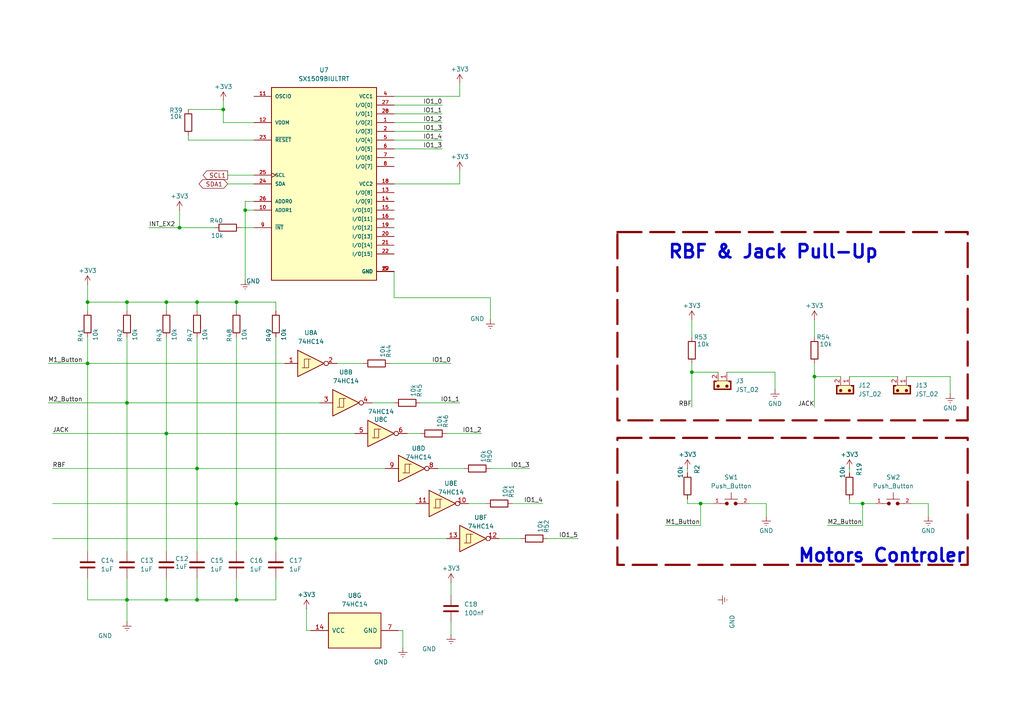
<source format=kicad_sch>
(kicad_sch
	(version 20231120)
	(generator "eeschema")
	(generator_version "8.0")
	(uuid "4ae7daa5-339f-475d-bf5b-9c799055b6dc")
	(paper "A4")
	(title_block
		(title "µSIRIUS")
		(date "2025-07-19")
		(rev "1.0")
		(company "Centre Spatial Toulouse Matabiau")
	)
	(lib_symbols
		(symbol "74xx:74HC14"
			(pin_names
				(offset 1.016)
			)
			(exclude_from_sim no)
			(in_bom yes)
			(on_board yes)
			(property "Reference" "U"
				(at 0 1.27 0)
				(effects
					(font
						(size 1.27 1.27)
					)
				)
			)
			(property "Value" "74HC14"
				(at 0 -1.27 0)
				(effects
					(font
						(size 1.27 1.27)
					)
				)
			)
			(property "Footprint" ""
				(at 0 0 0)
				(effects
					(font
						(size 1.27 1.27)
					)
					(hide yes)
				)
			)
			(property "Datasheet" "http://www.ti.com/lit/gpn/sn74HC14"
				(at 0 0 0)
				(effects
					(font
						(size 1.27 1.27)
					)
					(hide yes)
				)
			)
			(property "Description" "Hex inverter schmitt trigger"
				(at 0 0 0)
				(effects
					(font
						(size 1.27 1.27)
					)
					(hide yes)
				)
			)
			(property "ki_locked" ""
				(at 0 0 0)
				(effects
					(font
						(size 1.27 1.27)
					)
				)
			)
			(property "ki_keywords" "HCMOS not inverter"
				(at 0 0 0)
				(effects
					(font
						(size 1.27 1.27)
					)
					(hide yes)
				)
			)
			(property "ki_fp_filters" "DIP*W7.62mm*"
				(at 0 0 0)
				(effects
					(font
						(size 1.27 1.27)
					)
					(hide yes)
				)
			)
			(symbol "74HC14_1_0"
				(polyline
					(pts
						(xy -3.81 3.81) (xy -3.81 -3.81) (xy 3.81 0) (xy -3.81 3.81)
					)
					(stroke
						(width 0.254)
						(type default)
					)
					(fill
						(type background)
					)
				)
				(pin input line
					(at -7.62 0 0)
					(length 3.81)
					(name "~"
						(effects
							(font
								(size 1.27 1.27)
							)
						)
					)
					(number "1"
						(effects
							(font
								(size 1.27 1.27)
							)
						)
					)
				)
				(pin output inverted
					(at 7.62 0 180)
					(length 3.81)
					(name "~"
						(effects
							(font
								(size 1.27 1.27)
							)
						)
					)
					(number "2"
						(effects
							(font
								(size 1.27 1.27)
							)
						)
					)
				)
			)
			(symbol "74HC14_1_1"
				(polyline
					(pts
						(xy -1.905 -1.27) (xy -1.905 1.27) (xy -0.635 1.27)
					)
					(stroke
						(width 0)
						(type default)
					)
					(fill
						(type none)
					)
				)
				(polyline
					(pts
						(xy -2.54 -1.27) (xy -0.635 -1.27) (xy -0.635 1.27) (xy 0 1.27)
					)
					(stroke
						(width 0)
						(type default)
					)
					(fill
						(type none)
					)
				)
			)
			(symbol "74HC14_2_0"
				(polyline
					(pts
						(xy -3.81 3.81) (xy -3.81 -3.81) (xy 3.81 0) (xy -3.81 3.81)
					)
					(stroke
						(width 0.254)
						(type default)
					)
					(fill
						(type background)
					)
				)
				(pin input line
					(at -7.62 0 0)
					(length 3.81)
					(name "~"
						(effects
							(font
								(size 1.27 1.27)
							)
						)
					)
					(number "3"
						(effects
							(font
								(size 1.27 1.27)
							)
						)
					)
				)
				(pin output inverted
					(at 7.62 0 180)
					(length 3.81)
					(name "~"
						(effects
							(font
								(size 1.27 1.27)
							)
						)
					)
					(number "4"
						(effects
							(font
								(size 1.27 1.27)
							)
						)
					)
				)
			)
			(symbol "74HC14_2_1"
				(polyline
					(pts
						(xy -1.905 -1.27) (xy -1.905 1.27) (xy -0.635 1.27)
					)
					(stroke
						(width 0)
						(type default)
					)
					(fill
						(type none)
					)
				)
				(polyline
					(pts
						(xy -2.54 -1.27) (xy -0.635 -1.27) (xy -0.635 1.27) (xy 0 1.27)
					)
					(stroke
						(width 0)
						(type default)
					)
					(fill
						(type none)
					)
				)
			)
			(symbol "74HC14_3_0"
				(polyline
					(pts
						(xy -3.81 3.81) (xy -3.81 -3.81) (xy 3.81 0) (xy -3.81 3.81)
					)
					(stroke
						(width 0.254)
						(type default)
					)
					(fill
						(type background)
					)
				)
				(pin input line
					(at -7.62 0 0)
					(length 3.81)
					(name "~"
						(effects
							(font
								(size 1.27 1.27)
							)
						)
					)
					(number "5"
						(effects
							(font
								(size 1.27 1.27)
							)
						)
					)
				)
				(pin output inverted
					(at 7.62 0 180)
					(length 3.81)
					(name "~"
						(effects
							(font
								(size 1.27 1.27)
							)
						)
					)
					(number "6"
						(effects
							(font
								(size 1.27 1.27)
							)
						)
					)
				)
			)
			(symbol "74HC14_3_1"
				(polyline
					(pts
						(xy -1.905 -1.27) (xy -1.905 1.27) (xy -0.635 1.27)
					)
					(stroke
						(width 0)
						(type default)
					)
					(fill
						(type none)
					)
				)
				(polyline
					(pts
						(xy -2.54 -1.27) (xy -0.635 -1.27) (xy -0.635 1.27) (xy 0 1.27)
					)
					(stroke
						(width 0)
						(type default)
					)
					(fill
						(type none)
					)
				)
			)
			(symbol "74HC14_4_0"
				(polyline
					(pts
						(xy -3.81 3.81) (xy -3.81 -3.81) (xy 3.81 0) (xy -3.81 3.81)
					)
					(stroke
						(width 0.254)
						(type default)
					)
					(fill
						(type background)
					)
				)
				(pin output inverted
					(at 7.62 0 180)
					(length 3.81)
					(name "~"
						(effects
							(font
								(size 1.27 1.27)
							)
						)
					)
					(number "8"
						(effects
							(font
								(size 1.27 1.27)
							)
						)
					)
				)
				(pin input line
					(at -7.62 0 0)
					(length 3.81)
					(name "~"
						(effects
							(font
								(size 1.27 1.27)
							)
						)
					)
					(number "9"
						(effects
							(font
								(size 1.27 1.27)
							)
						)
					)
				)
			)
			(symbol "74HC14_4_1"
				(polyline
					(pts
						(xy -1.905 -1.27) (xy -1.905 1.27) (xy -0.635 1.27)
					)
					(stroke
						(width 0)
						(type default)
					)
					(fill
						(type none)
					)
				)
				(polyline
					(pts
						(xy -2.54 -1.27) (xy -0.635 -1.27) (xy -0.635 1.27) (xy 0 1.27)
					)
					(stroke
						(width 0)
						(type default)
					)
					(fill
						(type none)
					)
				)
			)
			(symbol "74HC14_5_0"
				(polyline
					(pts
						(xy -3.81 3.81) (xy -3.81 -3.81) (xy 3.81 0) (xy -3.81 3.81)
					)
					(stroke
						(width 0.254)
						(type default)
					)
					(fill
						(type background)
					)
				)
				(pin output inverted
					(at 7.62 0 180)
					(length 3.81)
					(name "~"
						(effects
							(font
								(size 1.27 1.27)
							)
						)
					)
					(number "10"
						(effects
							(font
								(size 1.27 1.27)
							)
						)
					)
				)
				(pin input line
					(at -7.62 0 0)
					(length 3.81)
					(name "~"
						(effects
							(font
								(size 1.27 1.27)
							)
						)
					)
					(number "11"
						(effects
							(font
								(size 1.27 1.27)
							)
						)
					)
				)
			)
			(symbol "74HC14_5_1"
				(polyline
					(pts
						(xy -1.905 -1.27) (xy -1.905 1.27) (xy -0.635 1.27)
					)
					(stroke
						(width 0)
						(type default)
					)
					(fill
						(type none)
					)
				)
				(polyline
					(pts
						(xy -2.54 -1.27) (xy -0.635 -1.27) (xy -0.635 1.27) (xy 0 1.27)
					)
					(stroke
						(width 0)
						(type default)
					)
					(fill
						(type none)
					)
				)
			)
			(symbol "74HC14_6_0"
				(polyline
					(pts
						(xy -3.81 3.81) (xy -3.81 -3.81) (xy 3.81 0) (xy -3.81 3.81)
					)
					(stroke
						(width 0.254)
						(type default)
					)
					(fill
						(type background)
					)
				)
				(pin output inverted
					(at 7.62 0 180)
					(length 3.81)
					(name "~"
						(effects
							(font
								(size 1.27 1.27)
							)
						)
					)
					(number "12"
						(effects
							(font
								(size 1.27 1.27)
							)
						)
					)
				)
				(pin input line
					(at -7.62 0 0)
					(length 3.81)
					(name "~"
						(effects
							(font
								(size 1.27 1.27)
							)
						)
					)
					(number "13"
						(effects
							(font
								(size 1.27 1.27)
							)
						)
					)
				)
			)
			(symbol "74HC14_6_1"
				(polyline
					(pts
						(xy -1.905 -1.27) (xy -1.905 1.27) (xy -0.635 1.27)
					)
					(stroke
						(width 0)
						(type default)
					)
					(fill
						(type none)
					)
				)
				(polyline
					(pts
						(xy -2.54 -1.27) (xy -0.635 -1.27) (xy -0.635 1.27) (xy 0 1.27)
					)
					(stroke
						(width 0)
						(type default)
					)
					(fill
						(type none)
					)
				)
			)
			(symbol "74HC14_7_0"
				(pin power_in line
					(at 0 12.7 270)
					(length 5.08)
					(name "VCC"
						(effects
							(font
								(size 1.27 1.27)
							)
						)
					)
					(number "14"
						(effects
							(font
								(size 1.27 1.27)
							)
						)
					)
				)
				(pin power_in line
					(at 0 -12.7 90)
					(length 5.08)
					(name "GND"
						(effects
							(font
								(size 1.27 1.27)
							)
						)
					)
					(number "7"
						(effects
							(font
								(size 1.27 1.27)
							)
						)
					)
				)
			)
			(symbol "74HC14_7_1"
				(rectangle
					(start -5.08 7.62)
					(end 5.08 -7.62)
					(stroke
						(width 0.254)
						(type default)
					)
					(fill
						(type background)
					)
				)
			)
		)
		(symbol "Device:C"
			(pin_numbers hide)
			(pin_names
				(offset 0.254)
			)
			(exclude_from_sim no)
			(in_bom yes)
			(on_board yes)
			(property "Reference" "C"
				(at 0.635 2.54 0)
				(effects
					(font
						(size 1.27 1.27)
					)
					(justify left)
				)
			)
			(property "Value" "C"
				(at 0.635 -2.54 0)
				(effects
					(font
						(size 1.27 1.27)
					)
					(justify left)
				)
			)
			(property "Footprint" ""
				(at 0.9652 -3.81 0)
				(effects
					(font
						(size 1.27 1.27)
					)
					(hide yes)
				)
			)
			(property "Datasheet" "~"
				(at 0 0 0)
				(effects
					(font
						(size 1.27 1.27)
					)
					(hide yes)
				)
			)
			(property "Description" "Unpolarized capacitor"
				(at 0 0 0)
				(effects
					(font
						(size 1.27 1.27)
					)
					(hide yes)
				)
			)
			(property "ki_keywords" "cap capacitor"
				(at 0 0 0)
				(effects
					(font
						(size 1.27 1.27)
					)
					(hide yes)
				)
			)
			(property "ki_fp_filters" "C_*"
				(at 0 0 0)
				(effects
					(font
						(size 1.27 1.27)
					)
					(hide yes)
				)
			)
			(symbol "C_0_1"
				(polyline
					(pts
						(xy -2.032 -0.762) (xy 2.032 -0.762)
					)
					(stroke
						(width 0.508)
						(type default)
					)
					(fill
						(type none)
					)
				)
				(polyline
					(pts
						(xy -2.032 0.762) (xy 2.032 0.762)
					)
					(stroke
						(width 0.508)
						(type default)
					)
					(fill
						(type none)
					)
				)
			)
			(symbol "C_1_1"
				(pin passive line
					(at 0 3.81 270)
					(length 2.794)
					(name "~"
						(effects
							(font
								(size 1.27 1.27)
							)
						)
					)
					(number "1"
						(effects
							(font
								(size 1.27 1.27)
							)
						)
					)
				)
				(pin passive line
					(at 0 -3.81 90)
					(length 2.794)
					(name "~"
						(effects
							(font
								(size 1.27 1.27)
							)
						)
					)
					(number "2"
						(effects
							(font
								(size 1.27 1.27)
							)
						)
					)
				)
			)
		)
		(symbol "Device:R"
			(pin_numbers hide)
			(pin_names
				(offset 0)
			)
			(exclude_from_sim no)
			(in_bom yes)
			(on_board yes)
			(property "Reference" "R"
				(at 2.032 0 90)
				(effects
					(font
						(size 1.27 1.27)
					)
				)
			)
			(property "Value" "R"
				(at 0 0 90)
				(effects
					(font
						(size 1.27 1.27)
					)
				)
			)
			(property "Footprint" ""
				(at -1.778 0 90)
				(effects
					(font
						(size 1.27 1.27)
					)
					(hide yes)
				)
			)
			(property "Datasheet" "~"
				(at 0 0 0)
				(effects
					(font
						(size 1.27 1.27)
					)
					(hide yes)
				)
			)
			(property "Description" "Resistor"
				(at 0 0 0)
				(effects
					(font
						(size 1.27 1.27)
					)
					(hide yes)
				)
			)
			(property "ki_keywords" "R res resistor"
				(at 0 0 0)
				(effects
					(font
						(size 1.27 1.27)
					)
					(hide yes)
				)
			)
			(property "ki_fp_filters" "R_*"
				(at 0 0 0)
				(effects
					(font
						(size 1.27 1.27)
					)
					(hide yes)
				)
			)
			(symbol "R_0_1"
				(rectangle
					(start -1.016 -2.54)
					(end 1.016 2.54)
					(stroke
						(width 0.254)
						(type default)
					)
					(fill
						(type none)
					)
				)
			)
			(symbol "R_1_1"
				(pin passive line
					(at 0 3.81 270)
					(length 1.27)
					(name "~"
						(effects
							(font
								(size 1.27 1.27)
							)
						)
					)
					(number "1"
						(effects
							(font
								(size 1.27 1.27)
							)
						)
					)
				)
				(pin passive line
					(at 0 -3.81 90)
					(length 1.27)
					(name "~"
						(effects
							(font
								(size 1.27 1.27)
							)
						)
					)
					(number "2"
						(effects
							(font
								(size 1.27 1.27)
							)
						)
					)
				)
			)
		)
		(symbol "PCM_SL_Connectors:JST_02"
			(exclude_from_sim no)
			(in_bom yes)
			(on_board yes)
			(property "Reference" "J"
				(at 0 7.62 0)
				(effects
					(font
						(size 1.27 1.27)
					)
				)
			)
			(property "Value" "JST_02"
				(at 0 5.08 0)
				(effects
					(font
						(size 1.27 1.27)
					)
				)
			)
			(property "Footprint" "Connector_JST:JST_EH_B2B-EH-A_1x02_P2.50mm_Vertical"
				(at 0 6.35 0)
				(effects
					(font
						(size 1.27 1.27)
					)
					(hide yes)
				)
			)
			(property "Datasheet" ""
				(at 0 6.35 0)
				(effects
					(font
						(size 1.27 1.27)
					)
					(hide yes)
				)
			)
			(property "Description" "JST Connector  2 pins "
				(at 0 0 0)
				(effects
					(font
						(size 1.27 1.27)
					)
					(hide yes)
				)
			)
			(property "ki_keywords" "JST 2"
				(at 0 0 0)
				(effects
					(font
						(size 1.27 1.27)
					)
					(hide yes)
				)
			)
			(property "ki_fp_filters" "Connector_JST:JST_EH_S2B-EH_1x02_P2.50mm_Horizontal"
				(at 0 0 0)
				(effects
					(font
						(size 1.27 1.27)
					)
					(hide yes)
				)
			)
			(symbol "JST_02_0_1"
				(rectangle
					(start -1.27 2.54)
					(end 1.27 -2.54)
					(stroke
						(width 0)
						(type default)
					)
					(fill
						(type background)
					)
				)
				(polyline
					(pts
						(xy -1.27 -1.778) (xy -1.27 -2.54) (xy 1.27 -2.54) (xy 1.27 -1.778) (xy 1.016 -1.778) (xy 1.016 -2.286)
						(xy -1.016 -2.286) (xy -1.016 -1.778) (xy -1.27 -1.778)
					)
					(stroke
						(width 0)
						(type default)
					)
					(fill
						(type outline)
					)
				)
				(polyline
					(pts
						(xy 1.27 1.778) (xy 1.27 2.54) (xy -1.27 2.54) (xy -1.27 1.778) (xy -1.016 1.778) (xy -1.016 2.286)
						(xy 1.016 2.286) (xy 1.016 1.778) (xy 1.27 1.778)
					)
					(stroke
						(width 0)
						(type default)
					)
					(fill
						(type outline)
					)
				)
				(circle
					(center 0.254 -1.27)
					(radius 0.381)
					(stroke
						(width 0)
						(type default)
					)
					(fill
						(type outline)
					)
				)
				(circle
					(center 0.254 1.27)
					(radius 0.381)
					(stroke
						(width 0)
						(type default)
					)
					(fill
						(type outline)
					)
				)
				(rectangle
					(start 1.016 1.778)
					(end 1.27 -1.778)
					(stroke
						(width 0)
						(type default)
					)
					(fill
						(type outline)
					)
				)
			)
			(symbol "JST_02_1_1"
				(pin passive line
					(at -3.81 1.27 0)
					(length 2.54)
					(name ""
						(effects
							(font
								(size 1.27 1.27)
							)
						)
					)
					(number "1"
						(effects
							(font
								(size 1.27 1.27)
							)
						)
					)
				)
				(pin passive line
					(at -3.81 -1.27 0)
					(length 2.54)
					(name ""
						(effects
							(font
								(size 1.27 1.27)
							)
						)
					)
					(number "2"
						(effects
							(font
								(size 1.27 1.27)
							)
						)
					)
				)
			)
		)
		(symbol "PCM_SL_Devices:Push_Button"
			(exclude_from_sim no)
			(in_bom yes)
			(on_board yes)
			(property "Reference" "SW"
				(at 0 6.35 0)
				(effects
					(font
						(size 1.27 1.27)
					)
				)
			)
			(property "Value" "Push_Button"
				(at 0 4.445 0)
				(effects
					(font
						(size 1.27 1.27)
					)
				)
			)
			(property "Footprint" "Button_Switch_THT:SW_PUSH_6mm"
				(at -0.127 -3.175 0)
				(effects
					(font
						(size 1.27 1.27)
					)
					(hide yes)
				)
			)
			(property "Datasheet" ""
				(at 0 0 0)
				(effects
					(font
						(size 1.27 1.27)
					)
					(hide yes)
				)
			)
			(property "Description" "Common 6mmx6mm Push Button"
				(at 0 0 0)
				(effects
					(font
						(size 1.27 1.27)
					)
					(hide yes)
				)
			)
			(property "ki_keywords" "Switch"
				(at 0 0 0)
				(effects
					(font
						(size 1.27 1.27)
					)
					(hide yes)
				)
			)
			(symbol "Push_Button_0_1"
				(circle
					(center -1.27 0)
					(radius 0.4579)
					(stroke
						(width 0)
						(type default)
					)
					(fill
						(type outline)
					)
				)
				(polyline
					(pts
						(xy -3.175 0) (xy -1.778 0)
					)
					(stroke
						(width 0)
						(type default)
					)
					(fill
						(type none)
					)
				)
				(polyline
					(pts
						(xy -1.905 1.27) (xy 1.905 1.27)
					)
					(stroke
						(width 0)
						(type default)
					)
					(fill
						(type none)
					)
				)
				(polyline
					(pts
						(xy 0 1.27) (xy 0 3.175)
					)
					(stroke
						(width 0)
						(type default)
					)
					(fill
						(type none)
					)
				)
				(polyline
					(pts
						(xy 1.778 0) (xy 3.175 0)
					)
					(stroke
						(width 0)
						(type default)
					)
					(fill
						(type none)
					)
				)
				(circle
					(center 1.27 0)
					(radius 0.4579)
					(stroke
						(width 0)
						(type default)
					)
					(fill
						(type outline)
					)
				)
			)
			(symbol "Push_Button_1_1"
				(pin passive line
					(at -5.08 0 0)
					(length 2)
					(name ""
						(effects
							(font
								(size 1.27 1.27)
							)
						)
					)
					(number "1"
						(effects
							(font
								(size 1 1)
							)
						)
					)
				)
				(pin passive line
					(at 5.08 0 180)
					(length 2)
					(name ""
						(effects
							(font
								(size 1.27 1.27)
							)
						)
					)
					(number "2"
						(effects
							(font
								(size 1 1)
							)
						)
					)
				)
			)
		)
		(symbol "SX1509:SX1509BIULTRT"
			(pin_names
				(offset 1.016)
			)
			(exclude_from_sim no)
			(in_bom yes)
			(on_board yes)
			(property "Reference" "U"
				(at -15.24 28.702 0)
				(effects
					(font
						(size 1.27 1.27)
					)
					(justify left bottom)
				)
			)
			(property "Value" "SX1509BIULTRT"
				(at -15.24 -30.48 0)
				(effects
					(font
						(size 1.27 1.27)
					)
					(justify left bottom)
				)
			)
			(property "Footprint" "SX1509BIULTRT:QFN40P400X400X60-29N"
				(at 0 0 0)
				(effects
					(font
						(size 1.27 1.27)
					)
					(justify bottom)
					(hide yes)
				)
			)
			(property "Datasheet" ""
				(at 0 0 0)
				(effects
					(font
						(size 1.27 1.27)
					)
					(hide yes)
				)
			)
			(property "Description" ""
				(at 0 0 0)
				(effects
					(font
						(size 1.27 1.27)
					)
					(hide yes)
				)
			)
			(property "SNAPEDA_PACKAGE_ID" "56799"
				(at 0 0 0)
				(effects
					(font
						(size 1.27 1.27)
					)
					(justify bottom)
					(hide yes)
				)
			)
			(property "B_NOM" "0.2"
				(at 0 0 0)
				(effects
					(font
						(size 1.27 1.27)
					)
					(justify bottom)
					(hide yes)
				)
			)
			(property "EMAX" ""
				(at 0 0 0)
				(effects
					(font
						(size 1.27 1.27)
					)
					(justify bottom)
					(hide yes)
				)
			)
			(property "VACANCIES" ""
				(at 0 0 0)
				(effects
					(font
						(size 1.27 1.27)
					)
					(justify bottom)
					(hide yes)
				)
			)
			(property "BALL_COLUMNS" ""
				(at 0 0 0)
				(effects
					(font
						(size 1.27 1.27)
					)
					(justify bottom)
					(hide yes)
				)
			)
			(property "PIN_COUNT_D" "7.0"
				(at 0 0 0)
				(effects
					(font
						(size 1.27 1.27)
					)
					(justify bottom)
					(hide yes)
				)
			)
			(property "THERMAL_PAD" ""
				(at 0 0 0)
				(effects
					(font
						(size 1.27 1.27)
					)
					(justify bottom)
					(hide yes)
				)
			)
			(property "B_MIN" "0.15"
				(at 0 0 0)
				(effects
					(font
						(size 1.27 1.27)
					)
					(justify bottom)
					(hide yes)
				)
			)
			(property "Check_prices" "https://www.snapeda.com/parts/SX1509BIULTRT/Semtech/view-part/?ref=eda"
				(at 0 0 0)
				(effects
					(font
						(size 1.27 1.27)
					)
					(justify bottom)
					(hide yes)
				)
			)
			(property "B_MAX" "0.25"
				(at 0 0 0)
				(effects
					(font
						(size 1.27 1.27)
					)
					(justify bottom)
					(hide yes)
				)
			)
			(property "Description_1" "\n                        \n                            I/O Expander 16 I2C 400 kHz 28-QFN-UT (4x4)\n                        \n"
				(at 0 0 0)
				(effects
					(font
						(size 1.27 1.27)
					)
					(justify bottom)
					(hide yes)
				)
			)
			(property "EMIN" ""
				(at 0 0 0)
				(effects
					(font
						(size 1.27 1.27)
					)
					(justify bottom)
					(hide yes)
				)
			)
			(property "JEDEC" ""
				(at 0 0 0)
				(effects
					(font
						(size 1.27 1.27)
					)
					(justify bottom)
					(hide yes)
				)
			)
			(property "Price" "None"
				(at 0 0 0)
				(effects
					(font
						(size 1.27 1.27)
					)
					(justify bottom)
					(hide yes)
				)
			)
			(property "ENOM" "0.4"
				(at 0 0 0)
				(effects
					(font
						(size 1.27 1.27)
					)
					(justify bottom)
					(hide yes)
				)
			)
			(property "D_NOM" "4.0"
				(at 0 0 0)
				(effects
					(font
						(size 1.27 1.27)
					)
					(justify bottom)
					(hide yes)
				)
			)
			(property "D_MAX" "4.1"
				(at 0 0 0)
				(effects
					(font
						(size 1.27 1.27)
					)
					(justify bottom)
					(hide yes)
				)
			)
			(property "L_MAX" "0.5"
				(at 0 0 0)
				(effects
					(font
						(size 1.27 1.27)
					)
					(justify bottom)
					(hide yes)
				)
			)
			(property "A_MAX" "0.6"
				(at 0 0 0)
				(effects
					(font
						(size 1.27 1.27)
					)
					(justify bottom)
					(hide yes)
				)
			)
			(property "Package" "UFQFN-28 Semtech"
				(at 0 0 0)
				(effects
					(font
						(size 1.27 1.27)
					)
					(justify bottom)
					(hide yes)
				)
			)
			(property "E2_NOM" "2.65"
				(at 0 0 0)
				(effects
					(font
						(size 1.27 1.27)
					)
					(justify bottom)
					(hide yes)
				)
			)
			(property "D2_NOM" "2.65"
				(at 0 0 0)
				(effects
					(font
						(size 1.27 1.27)
					)
					(justify bottom)
					(hide yes)
				)
			)
			(property "PARTREV" "Rev 4 – 26th April 2011"
				(at 0 0 0)
				(effects
					(font
						(size 1.27 1.27)
					)
					(justify bottom)
					(hide yes)
				)
			)
			(property "DNOM" ""
				(at 0 0 0)
				(effects
					(font
						(size 1.27 1.27)
					)
					(justify bottom)
					(hide yes)
				)
			)
			(property "SnapEDA_Link" "https://www.snapeda.com/parts/SX1509BIULTRT/Semtech/view-part/?ref=snap"
				(at 0 0 0)
				(effects
					(font
						(size 1.27 1.27)
					)
					(justify bottom)
					(hide yes)
				)
			)
			(property "DMIN" ""
				(at 0 0 0)
				(effects
					(font
						(size 1.27 1.27)
					)
					(justify bottom)
					(hide yes)
				)
			)
			(property "E_NOM" "4.0"
				(at 0 0 0)
				(effects
					(font
						(size 1.27 1.27)
					)
					(justify bottom)
					(hide yes)
				)
			)
			(property "BALL_ROWS" ""
				(at 0 0 0)
				(effects
					(font
						(size 1.27 1.27)
					)
					(justify bottom)
					(hide yes)
				)
			)
			(property "DMAX" ""
				(at 0 0 0)
				(effects
					(font
						(size 1.27 1.27)
					)
					(justify bottom)
					(hide yes)
				)
			)
			(property "STANDARD" "IPC 7351B"
				(at 0 0 0)
				(effects
					(font
						(size 1.27 1.27)
					)
					(justify bottom)
					(hide yes)
				)
			)
			(property "L_NOM" "0.4"
				(at 0 0 0)
				(effects
					(font
						(size 1.27 1.27)
					)
					(justify bottom)
					(hide yes)
				)
			)
			(property "MANUFACTURER" "Semtech"
				(at 0 0 0)
				(effects
					(font
						(size 1.27 1.27)
					)
					(justify bottom)
					(hide yes)
				)
			)
			(property "IPC" ""
				(at 0 0 0)
				(effects
					(font
						(size 1.27 1.27)
					)
					(justify bottom)
					(hide yes)
				)
			)
			(property "PIN_COLUMNS" ""
				(at 0 0 0)
				(effects
					(font
						(size 1.27 1.27)
					)
					(justify bottom)
					(hide yes)
				)
			)
			(property "MF" "Semtech"
				(at 0 0 0)
				(effects
					(font
						(size 1.27 1.27)
					)
					(justify bottom)
					(hide yes)
				)
			)
			(property "PIN_COUNT_E" "7.0"
				(at 0 0 0)
				(effects
					(font
						(size 1.27 1.27)
					)
					(justify bottom)
					(hide yes)
				)
			)
			(property "BODY_DIAMETER" ""
				(at 0 0 0)
				(effects
					(font
						(size 1.27 1.27)
					)
					(justify bottom)
					(hide yes)
				)
			)
			(property "E_MIN" "3.9"
				(at 0 0 0)
				(effects
					(font
						(size 1.27 1.27)
					)
					(justify bottom)
					(hide yes)
				)
			)
			(property "PACKAGE_TYPE" ""
				(at 0 0 0)
				(effects
					(font
						(size 1.27 1.27)
					)
					(justify bottom)
					(hide yes)
				)
			)
			(property "D_MIN" "3.9"
				(at 0 0 0)
				(effects
					(font
						(size 1.27 1.27)
					)
					(justify bottom)
					(hide yes)
				)
			)
			(property "MP" "SX1509BIULTRT"
				(at 0 0 0)
				(effects
					(font
						(size 1.27 1.27)
					)
					(justify bottom)
					(hide yes)
				)
			)
			(property "PINS" ""
				(at 0 0 0)
				(effects
					(font
						(size 1.27 1.27)
					)
					(justify bottom)
					(hide yes)
				)
			)
			(property "L_MIN" "0.3"
				(at 0 0 0)
				(effects
					(font
						(size 1.27 1.27)
					)
					(justify bottom)
					(hide yes)
				)
			)
			(property "Availability" "In Stock"
				(at 0 0 0)
				(effects
					(font
						(size 1.27 1.27)
					)
					(justify bottom)
					(hide yes)
				)
			)
			(property "E_MAX" "4.1"
				(at 0 0 0)
				(effects
					(font
						(size 1.27 1.27)
					)
					(justify bottom)
					(hide yes)
				)
			)
			(symbol "SX1509BIULTRT_0_0"
				(rectangle
					(start -15.24 -27.94)
					(end 15.24 27.94)
					(stroke
						(width 0.254)
						(type default)
					)
					(fill
						(type background)
					)
				)
				(pin bidirectional line
					(at 20.32 17.78 180)
					(length 5.08)
					(name "I/O[2]"
						(effects
							(font
								(size 1.016 1.016)
							)
						)
					)
					(number "1"
						(effects
							(font
								(size 1.016 1.016)
							)
						)
					)
				)
				(pin input line
					(at -20.32 -7.62 0)
					(length 5.08)
					(name "ADDR1"
						(effects
							(font
								(size 1.016 1.016)
							)
						)
					)
					(number "10"
						(effects
							(font
								(size 1.016 1.016)
							)
						)
					)
				)
				(pin bidirectional line
					(at -20.32 25.4 0)
					(length 5.08)
					(name "OSCIO"
						(effects
							(font
								(size 1.016 1.016)
							)
						)
					)
					(number "11"
						(effects
							(font
								(size 1.016 1.016)
							)
						)
					)
				)
				(pin power_in line
					(at -20.32 17.78 0)
					(length 5.08)
					(name "VDDM"
						(effects
							(font
								(size 1.016 1.016)
							)
						)
					)
					(number "12"
						(effects
							(font
								(size 1.016 1.016)
							)
						)
					)
				)
				(pin bidirectional line
					(at 20.32 -2.54 180)
					(length 5.08)
					(name "I/O[8]"
						(effects
							(font
								(size 1.016 1.016)
							)
						)
					)
					(number "13"
						(effects
							(font
								(size 1.016 1.016)
							)
						)
					)
				)
				(pin bidirectional line
					(at 20.32 -5.08 180)
					(length 5.08)
					(name "I/O[9]"
						(effects
							(font
								(size 1.016 1.016)
							)
						)
					)
					(number "14"
						(effects
							(font
								(size 1.016 1.016)
							)
						)
					)
				)
				(pin bidirectional line
					(at 20.32 -7.62 180)
					(length 5.08)
					(name "I/O[10]"
						(effects
							(font
								(size 1.016 1.016)
							)
						)
					)
					(number "15"
						(effects
							(font
								(size 1.016 1.016)
							)
						)
					)
				)
				(pin bidirectional line
					(at 20.32 -10.16 180)
					(length 5.08)
					(name "I/O[11]"
						(effects
							(font
								(size 1.016 1.016)
							)
						)
					)
					(number "16"
						(effects
							(font
								(size 1.016 1.016)
							)
						)
					)
				)
				(pin power_in line
					(at 20.32 -25.4 180)
					(length 5.08)
					(name "GND"
						(effects
							(font
								(size 1.016 1.016)
							)
						)
					)
					(number "17"
						(effects
							(font
								(size 1.016 1.016)
							)
						)
					)
				)
				(pin power_in line
					(at 20.32 0 180)
					(length 5.08)
					(name "VCC2"
						(effects
							(font
								(size 1.016 1.016)
							)
						)
					)
					(number "18"
						(effects
							(font
								(size 1.016 1.016)
							)
						)
					)
				)
				(pin bidirectional line
					(at 20.32 -12.7 180)
					(length 5.08)
					(name "I/O[12]"
						(effects
							(font
								(size 1.016 1.016)
							)
						)
					)
					(number "19"
						(effects
							(font
								(size 1.016 1.016)
							)
						)
					)
				)
				(pin bidirectional line
					(at 20.32 15.24 180)
					(length 5.08)
					(name "I/O[3]"
						(effects
							(font
								(size 1.016 1.016)
							)
						)
					)
					(number "2"
						(effects
							(font
								(size 1.016 1.016)
							)
						)
					)
				)
				(pin bidirectional line
					(at 20.32 -15.24 180)
					(length 5.08)
					(name "I/O[13]"
						(effects
							(font
								(size 1.016 1.016)
							)
						)
					)
					(number "20"
						(effects
							(font
								(size 1.016 1.016)
							)
						)
					)
				)
				(pin bidirectional line
					(at 20.32 -17.78 180)
					(length 5.08)
					(name "I/O[14]"
						(effects
							(font
								(size 1.016 1.016)
							)
						)
					)
					(number "21"
						(effects
							(font
								(size 1.016 1.016)
							)
						)
					)
				)
				(pin bidirectional line
					(at 20.32 -20.32 180)
					(length 5.08)
					(name "I/O[15]"
						(effects
							(font
								(size 1.016 1.016)
							)
						)
					)
					(number "22"
						(effects
							(font
								(size 1.016 1.016)
							)
						)
					)
				)
				(pin input line
					(at -20.32 12.7 0)
					(length 5.08)
					(name "~{RESET}"
						(effects
							(font
								(size 1.016 1.016)
							)
						)
					)
					(number "23"
						(effects
							(font
								(size 1.016 1.016)
							)
						)
					)
				)
				(pin bidirectional line
					(at -20.32 0 0)
					(length 5.08)
					(name "SDA"
						(effects
							(font
								(size 1.016 1.016)
							)
						)
					)
					(number "24"
						(effects
							(font
								(size 1.016 1.016)
							)
						)
					)
				)
				(pin input clock
					(at -20.32 2.54 0)
					(length 5.08)
					(name "SCL"
						(effects
							(font
								(size 1.016 1.016)
							)
						)
					)
					(number "25"
						(effects
							(font
								(size 1.016 1.016)
							)
						)
					)
				)
				(pin input line
					(at -20.32 -5.08 0)
					(length 5.08)
					(name "ADDR0"
						(effects
							(font
								(size 1.016 1.016)
							)
						)
					)
					(number "26"
						(effects
							(font
								(size 1.016 1.016)
							)
						)
					)
				)
				(pin bidirectional line
					(at 20.32 22.86 180)
					(length 5.08)
					(name "I/O[0]"
						(effects
							(font
								(size 1.016 1.016)
							)
						)
					)
					(number "27"
						(effects
							(font
								(size 1.016 1.016)
							)
						)
					)
				)
				(pin bidirectional line
					(at 20.32 20.32 180)
					(length 5.08)
					(name "I/O[1]"
						(effects
							(font
								(size 1.016 1.016)
							)
						)
					)
					(number "28"
						(effects
							(font
								(size 1.016 1.016)
							)
						)
					)
				)
				(pin power_in line
					(at 20.32 -25.4 180)
					(length 5.08)
					(name "GND"
						(effects
							(font
								(size 1.016 1.016)
							)
						)
					)
					(number "29"
						(effects
							(font
								(size 1.016 1.016)
							)
						)
					)
				)
				(pin power_in line
					(at 20.32 -25.4 180)
					(length 5.08)
					(name "GND"
						(effects
							(font
								(size 1.016 1.016)
							)
						)
					)
					(number "3"
						(effects
							(font
								(size 1.016 1.016)
							)
						)
					)
				)
				(pin power_in line
					(at 20.32 25.4 180)
					(length 5.08)
					(name "VCC1"
						(effects
							(font
								(size 1.016 1.016)
							)
						)
					)
					(number "4"
						(effects
							(font
								(size 1.016 1.016)
							)
						)
					)
				)
				(pin bidirectional line
					(at 20.32 12.7 180)
					(length 5.08)
					(name "I/O[4]"
						(effects
							(font
								(size 1.016 1.016)
							)
						)
					)
					(number "5"
						(effects
							(font
								(size 1.016 1.016)
							)
						)
					)
				)
				(pin bidirectional line
					(at 20.32 10.16 180)
					(length 5.08)
					(name "I/O[5]"
						(effects
							(font
								(size 1.016 1.016)
							)
						)
					)
					(number "6"
						(effects
							(font
								(size 1.016 1.016)
							)
						)
					)
				)
				(pin bidirectional line
					(at 20.32 7.62 180)
					(length 5.08)
					(name "I/O[6]"
						(effects
							(font
								(size 1.016 1.016)
							)
						)
					)
					(number "7"
						(effects
							(font
								(size 1.016 1.016)
							)
						)
					)
				)
				(pin bidirectional line
					(at 20.32 5.08 180)
					(length 5.08)
					(name "I/O[7]"
						(effects
							(font
								(size 1.016 1.016)
							)
						)
					)
					(number "8"
						(effects
							(font
								(size 1.016 1.016)
							)
						)
					)
				)
				(pin output line
					(at -20.32 -12.7 0)
					(length 5.08)
					(name "~{INT}"
						(effects
							(font
								(size 1.016 1.016)
							)
						)
					)
					(number "9"
						(effects
							(font
								(size 1.016 1.016)
							)
						)
					)
				)
			)
		)
		(symbol "power:+3V3"
			(power)
			(pin_numbers hide)
			(pin_names
				(offset 0) hide)
			(exclude_from_sim no)
			(in_bom yes)
			(on_board yes)
			(property "Reference" "#PWR"
				(at 0 -3.81 0)
				(effects
					(font
						(size 1.27 1.27)
					)
					(hide yes)
				)
			)
			(property "Value" "+3V3"
				(at 0 3.556 0)
				(effects
					(font
						(size 1.27 1.27)
					)
				)
			)
			(property "Footprint" ""
				(at 0 0 0)
				(effects
					(font
						(size 1.27 1.27)
					)
					(hide yes)
				)
			)
			(property "Datasheet" ""
				(at 0 0 0)
				(effects
					(font
						(size 1.27 1.27)
					)
					(hide yes)
				)
			)
			(property "Description" "Power symbol creates a global label with name \"+3V3\""
				(at 0 0 0)
				(effects
					(font
						(size 1.27 1.27)
					)
					(hide yes)
				)
			)
			(property "ki_keywords" "global power"
				(at 0 0 0)
				(effects
					(font
						(size 1.27 1.27)
					)
					(hide yes)
				)
			)
			(symbol "+3V3_0_1"
				(polyline
					(pts
						(xy -0.762 1.27) (xy 0 2.54)
					)
					(stroke
						(width 0)
						(type default)
					)
					(fill
						(type none)
					)
				)
				(polyline
					(pts
						(xy 0 0) (xy 0 2.54)
					)
					(stroke
						(width 0)
						(type default)
					)
					(fill
						(type none)
					)
				)
				(polyline
					(pts
						(xy 0 2.54) (xy 0.762 1.27)
					)
					(stroke
						(width 0)
						(type default)
					)
					(fill
						(type none)
					)
				)
			)
			(symbol "+3V3_1_1"
				(pin power_in line
					(at 0 0 90)
					(length 0)
					(name "~"
						(effects
							(font
								(size 1.27 1.27)
							)
						)
					)
					(number "1"
						(effects
							(font
								(size 1.27 1.27)
							)
						)
					)
				)
			)
		)
		(symbol "power:Earth"
			(power)
			(pin_numbers hide)
			(pin_names
				(offset 0) hide)
			(exclude_from_sim no)
			(in_bom yes)
			(on_board yes)
			(property "Reference" "#PWR"
				(at 0 -6.35 0)
				(effects
					(font
						(size 1.27 1.27)
					)
					(hide yes)
				)
			)
			(property "Value" "Earth"
				(at 0 -3.81 0)
				(effects
					(font
						(size 1.27 1.27)
					)
				)
			)
			(property "Footprint" ""
				(at 0 0 0)
				(effects
					(font
						(size 1.27 1.27)
					)
					(hide yes)
				)
			)
			(property "Datasheet" "~"
				(at 0 0 0)
				(effects
					(font
						(size 1.27 1.27)
					)
					(hide yes)
				)
			)
			(property "Description" "Power symbol creates a global label with name \"Earth\""
				(at 0 0 0)
				(effects
					(font
						(size 1.27 1.27)
					)
					(hide yes)
				)
			)
			(property "ki_keywords" "global ground gnd"
				(at 0 0 0)
				(effects
					(font
						(size 1.27 1.27)
					)
					(hide yes)
				)
			)
			(symbol "Earth_0_1"
				(polyline
					(pts
						(xy -0.635 -1.905) (xy 0.635 -1.905)
					)
					(stroke
						(width 0)
						(type default)
					)
					(fill
						(type none)
					)
				)
				(polyline
					(pts
						(xy -0.127 -2.54) (xy 0.127 -2.54)
					)
					(stroke
						(width 0)
						(type default)
					)
					(fill
						(type none)
					)
				)
				(polyline
					(pts
						(xy 0 -1.27) (xy 0 0)
					)
					(stroke
						(width 0)
						(type default)
					)
					(fill
						(type none)
					)
				)
				(polyline
					(pts
						(xy 1.27 -1.27) (xy -1.27 -1.27)
					)
					(stroke
						(width 0)
						(type default)
					)
					(fill
						(type none)
					)
				)
			)
			(symbol "Earth_1_1"
				(pin power_in line
					(at 0 0 270)
					(length 0)
					(name "~"
						(effects
							(font
								(size 1.27 1.27)
							)
						)
					)
					(number "1"
						(effects
							(font
								(size 1.27 1.27)
							)
						)
					)
				)
			)
		)
	)
	(junction
		(at 25.4 105.41)
		(diameter 0)
		(color 0 0 0 0)
		(uuid "0f40425f-9816-43fd-a57a-80046f3ca946")
	)
	(junction
		(at 71.12 60.96)
		(diameter 0)
		(color 0 0 0 0)
		(uuid "0fe2fea1-c2b9-40d0-8cc3-cce38084ba87")
	)
	(junction
		(at 68.58 87.63)
		(diameter 0)
		(color 0 0 0 0)
		(uuid "1c475a9e-1b86-4fc2-8c13-ecd6a9a0c472")
	)
	(junction
		(at 250.19 146.05)
		(diameter 0)
		(color 0 0 0 0)
		(uuid "2403ad02-6ecb-4ca0-ad10-35e16d9714dc")
	)
	(junction
		(at 36.83 173.99)
		(diameter 0)
		(color 0 0 0 0)
		(uuid "3045f8d2-ae5f-451f-8731-6ee2473de73c")
	)
	(junction
		(at 57.15 173.99)
		(diameter 0)
		(color 0 0 0 0)
		(uuid "3051cdb1-b408-43cd-8bf7-4e31ee5d631f")
	)
	(junction
		(at 48.26 125.73)
		(diameter 0)
		(color 0 0 0 0)
		(uuid "350071b1-ca2e-450a-bc3f-5e1171968c66")
	)
	(junction
		(at 25.4 87.63)
		(diameter 0)
		(color 0 0 0 0)
		(uuid "3da1bb4b-6f9b-4b69-b8de-460aa3fb71be")
	)
	(junction
		(at 200.66 107.95)
		(diameter 0)
		(color 0 0 0 0)
		(uuid "50545ebe-c8e1-4f2b-b362-9041c3e9465e")
	)
	(junction
		(at 48.26 173.99)
		(diameter 0)
		(color 0 0 0 0)
		(uuid "60103920-9245-42ed-b676-3c79efd6aba1")
	)
	(junction
		(at 36.83 116.84)
		(diameter 0)
		(color 0 0 0 0)
		(uuid "64caa552-7de1-4eba-bd66-e135599b6a3a")
	)
	(junction
		(at 236.22 109.22)
		(diameter 0)
		(color 0 0 0 0)
		(uuid "65c893e1-19a0-48ad-8e7f-6004887b0837")
	)
	(junction
		(at 80.01 156.21)
		(diameter 0)
		(color 0 0 0 0)
		(uuid "765c3ecd-a237-43cb-b02e-39e8bccd739a")
	)
	(junction
		(at 68.58 146.05)
		(diameter 0)
		(color 0 0 0 0)
		(uuid "9ee74ef4-9887-48a9-992d-ff9bbb113a81")
	)
	(junction
		(at 64.77 31.75)
		(diameter 0)
		(color 0 0 0 0)
		(uuid "a60fe08b-bf57-4c26-9e0a-a22594c19898")
	)
	(junction
		(at 52.07 66.04)
		(diameter 0)
		(color 0 0 0 0)
		(uuid "b7fed13d-b6be-47a4-b8db-4020ee81ebcd")
	)
	(junction
		(at 203.2 146.05)
		(diameter 0)
		(color 0 0 0 0)
		(uuid "d9760a0f-a1ce-42af-b33d-ba0363911a0b")
	)
	(junction
		(at 57.15 135.89)
		(diameter 0)
		(color 0 0 0 0)
		(uuid "dec80af9-a24a-4867-a41e-a98f0a29e770")
	)
	(junction
		(at 57.15 87.63)
		(diameter 0)
		(color 0 0 0 0)
		(uuid "f1988e33-1628-4e37-8a92-4df517af8e8e")
	)
	(junction
		(at 68.58 173.99)
		(diameter 0)
		(color 0 0 0 0)
		(uuid "f5a307b9-51fb-473f-838d-e2cc85fa3242")
	)
	(junction
		(at 36.83 87.63)
		(diameter 0)
		(color 0 0 0 0)
		(uuid "f7796d36-ef4a-479b-9d80-20c52c407388")
	)
	(junction
		(at 48.26 87.63)
		(diameter 0)
		(color 0 0 0 0)
		(uuid "f7fbc497-241e-486e-8fb0-147dc67d9793")
	)
	(wire
		(pts
			(xy 71.12 60.96) (xy 73.66 60.96)
		)
		(stroke
			(width 0)
			(type default)
		)
		(uuid "02e4d0a0-828c-47fa-9d43-15b313663cec")
	)
	(wire
		(pts
			(xy 48.26 173.99) (xy 48.26 167.64)
		)
		(stroke
			(width 0)
			(type default)
		)
		(uuid "03b01bd0-b95e-4e8d-be78-bcfab01cccf8")
	)
	(wire
		(pts
			(xy 130.81 168.91) (xy 130.81 172.72)
		)
		(stroke
			(width 0)
			(type default)
		)
		(uuid "08689b73-0cf1-4cf5-91ee-63d0a2c12276")
	)
	(wire
		(pts
			(xy 116.84 187.96) (xy 116.84 182.88)
		)
		(stroke
			(width 0)
			(type default)
		)
		(uuid "0d16a0aa-e6d5-4081-9deb-ea2a332b1897")
	)
	(wire
		(pts
			(xy 133.35 27.94) (xy 114.3 27.94)
		)
		(stroke
			(width 0)
			(type default)
		)
		(uuid "189329a6-b52a-4454-bce5-e637f5e68c1b")
	)
	(wire
		(pts
			(xy 66.04 50.8) (xy 73.66 50.8)
		)
		(stroke
			(width 0)
			(type default)
		)
		(uuid "192d0f3d-49a2-44dc-a15f-f13d750ea4fd")
	)
	(wire
		(pts
			(xy 250.19 146.05) (xy 250.19 152.4)
		)
		(stroke
			(width 0)
			(type default)
		)
		(uuid "1b70fd29-2696-4172-b6a9-1b0dda4a428f")
	)
	(wire
		(pts
			(xy 151.13 156.21) (xy 144.78 156.21)
		)
		(stroke
			(width 0)
			(type default)
		)
		(uuid "1d27537d-ca06-4fa3-a7fd-338ddde63bd7")
	)
	(wire
		(pts
			(xy 25.4 87.63) (xy 25.4 90.17)
		)
		(stroke
			(width 0)
			(type default)
		)
		(uuid "1dc24f5e-4def-4353-96f8-adfa45fe8130")
	)
	(wire
		(pts
			(xy 105.41 105.41) (xy 97.79 105.41)
		)
		(stroke
			(width 0)
			(type default)
		)
		(uuid "214815ec-32ad-47cc-ab6c-bffe337610c4")
	)
	(wire
		(pts
			(xy 200.66 105.41) (xy 200.66 107.95)
		)
		(stroke
			(width 0)
			(type default)
		)
		(uuid "214c0600-bd57-483a-8af0-64461b69289c")
	)
	(wire
		(pts
			(xy 80.01 90.17) (xy 80.01 87.63)
		)
		(stroke
			(width 0)
			(type default)
		)
		(uuid "21fad130-02e9-4b4d-8812-d3736c645c85")
	)
	(wire
		(pts
			(xy 254 146.05) (xy 250.19 146.05)
		)
		(stroke
			(width 0)
			(type default)
		)
		(uuid "253aca7c-5a45-4395-8828-3943983b6431")
	)
	(wire
		(pts
			(xy 25.4 173.99) (xy 36.83 173.99)
		)
		(stroke
			(width 0)
			(type default)
		)
		(uuid "281d2c4c-9ad4-4b00-bd1e-312a4c2aaaab")
	)
	(wire
		(pts
			(xy 57.15 87.63) (xy 68.58 87.63)
		)
		(stroke
			(width 0)
			(type default)
		)
		(uuid "291ff739-130a-4010-9fd2-cffb48cb660e")
	)
	(wire
		(pts
			(xy 36.83 173.99) (xy 48.26 173.99)
		)
		(stroke
			(width 0)
			(type default)
		)
		(uuid "2a844045-3fc5-4ce3-9e16-9a3dcda12c97")
	)
	(wire
		(pts
			(xy 64.77 29.21) (xy 64.77 31.75)
		)
		(stroke
			(width 0)
			(type default)
		)
		(uuid "2b533d0c-52d3-4223-9869-c5c156c796d3")
	)
	(wire
		(pts
			(xy 57.15 135.89) (xy 111.76 135.89)
		)
		(stroke
			(width 0)
			(type default)
		)
		(uuid "2b782574-81df-4f6d-ade1-f6ff74ce4dcb")
	)
	(wire
		(pts
			(xy 68.58 173.99) (xy 57.15 173.99)
		)
		(stroke
			(width 0)
			(type default)
		)
		(uuid "3075ab7e-d5f3-4c26-84d4-9c65a94a681b")
	)
	(wire
		(pts
			(xy 48.26 87.63) (xy 48.26 90.17)
		)
		(stroke
			(width 0)
			(type default)
		)
		(uuid "325e75f4-16c4-421f-8a17-b679c19ea780")
	)
	(wire
		(pts
			(xy 15.24 146.05) (xy 68.58 146.05)
		)
		(stroke
			(width 0)
			(type default)
		)
		(uuid "348730eb-e1d1-4a6a-bd6c-b9ad230e02f3")
	)
	(wire
		(pts
			(xy 52.07 60.96) (xy 52.07 66.04)
		)
		(stroke
			(width 0)
			(type default)
		)
		(uuid "362f80dd-9883-41f9-8785-d4fcbd34e037")
	)
	(wire
		(pts
			(xy 43.18 66.04) (xy 52.07 66.04)
		)
		(stroke
			(width 0)
			(type default)
		)
		(uuid "37849bff-2ec9-4f86-8df0-93569562c4e2")
	)
	(wire
		(pts
			(xy 68.58 90.17) (xy 68.58 87.63)
		)
		(stroke
			(width 0)
			(type default)
		)
		(uuid "38408aa0-9079-4e94-a5c7-bf543037cca3")
	)
	(wire
		(pts
			(xy 118.11 125.73) (xy 121.92 125.73)
		)
		(stroke
			(width 0)
			(type default)
		)
		(uuid "39132cd9-6b81-4dde-a71f-485bca7688c4")
	)
	(wire
		(pts
			(xy 57.15 173.99) (xy 48.26 173.99)
		)
		(stroke
			(width 0)
			(type default)
		)
		(uuid "3a227bef-d66f-4104-90be-dfc37e190de0")
	)
	(wire
		(pts
			(xy 13.97 116.84) (xy 36.83 116.84)
		)
		(stroke
			(width 0)
			(type default)
		)
		(uuid "3b071db3-c344-428e-b7c8-b697a8442afa")
	)
	(wire
		(pts
			(xy 88.9 182.88) (xy 90.17 182.88)
		)
		(stroke
			(width 0)
			(type default)
		)
		(uuid "3d1af2e7-5147-49a2-986d-2856a94bbbea")
	)
	(wire
		(pts
			(xy 128.27 43.18) (xy 114.3 43.18)
		)
		(stroke
			(width 0)
			(type default)
		)
		(uuid "3ef4e981-3c53-4239-b391-119a0a5edbcf")
	)
	(wire
		(pts
			(xy 71.12 58.42) (xy 71.12 60.96)
		)
		(stroke
			(width 0)
			(type default)
		)
		(uuid "406fd26c-8938-4fd7-93c7-097d37ffaba0")
	)
	(wire
		(pts
			(xy 80.01 97.79) (xy 80.01 156.21)
		)
		(stroke
			(width 0)
			(type default)
		)
		(uuid "4130d6a0-5cbd-4da6-a996-4f4c5e7a96ae")
	)
	(wire
		(pts
			(xy 217.17 146.05) (xy 222.25 146.05)
		)
		(stroke
			(width 0)
			(type default)
		)
		(uuid "4232b480-6f4a-49f5-819f-0e24d1ab9b9f")
	)
	(wire
		(pts
			(xy 57.15 135.89) (xy 57.15 160.02)
		)
		(stroke
			(width 0)
			(type default)
		)
		(uuid "4239a9e7-1ef9-404e-8a5c-7b0a9b46f475")
	)
	(wire
		(pts
			(xy 264.16 146.05) (xy 269.24 146.05)
		)
		(stroke
			(width 0)
			(type default)
		)
		(uuid "432330ff-5735-4d53-ab1a-b5b08759f100")
	)
	(wire
		(pts
			(xy 203.2 146.05) (xy 199.39 146.05)
		)
		(stroke
			(width 0)
			(type default)
		)
		(uuid "440b4da1-ef8b-4a61-a714-1c94d86fc00e")
	)
	(wire
		(pts
			(xy 71.12 60.96) (xy 71.12 81.28)
		)
		(stroke
			(width 0)
			(type default)
		)
		(uuid "44365c28-92b5-48be-8d32-46d9cdbf48a4")
	)
	(wire
		(pts
			(xy 128.27 40.64) (xy 114.3 40.64)
		)
		(stroke
			(width 0)
			(type default)
		)
		(uuid "44ff535b-75e0-47f8-951a-ff314ac486ae")
	)
	(wire
		(pts
			(xy 200.66 92.71) (xy 200.66 97.79)
		)
		(stroke
			(width 0)
			(type default)
		)
		(uuid "46e13c92-2f31-4f0c-9583-df9ba770a98a")
	)
	(wire
		(pts
			(xy 13.97 105.41) (xy 25.4 105.41)
		)
		(stroke
			(width 0)
			(type default)
		)
		(uuid "4b56037c-4474-4683-8319-332b64c88bb6")
	)
	(wire
		(pts
			(xy 36.83 116.84) (xy 92.71 116.84)
		)
		(stroke
			(width 0)
			(type default)
		)
		(uuid "4db07234-3abf-4889-beca-33c532a2b34d")
	)
	(wire
		(pts
			(xy 246.38 135.89) (xy 246.38 137.16)
		)
		(stroke
			(width 0)
			(type default)
		)
		(uuid "540485c6-9349-4f9f-aa15-0d51f9ba87ab")
	)
	(wire
		(pts
			(xy 57.15 90.17) (xy 57.15 87.63)
		)
		(stroke
			(width 0)
			(type default)
		)
		(uuid "55a1f52b-2439-4732-8059-beabe5dd4db3")
	)
	(wire
		(pts
			(xy 246.38 109.22) (xy 260.35 109.22)
		)
		(stroke
			(width 0)
			(type default)
		)
		(uuid "56ba57d9-94c6-436a-8bdf-883c533d9bd9")
	)
	(wire
		(pts
			(xy 52.07 66.04) (xy 62.23 66.04)
		)
		(stroke
			(width 0)
			(type default)
		)
		(uuid "585180fd-1f4a-464b-9210-b8f8a1cc2115")
	)
	(wire
		(pts
			(xy 114.3 86.36) (xy 114.3 78.74)
		)
		(stroke
			(width 0)
			(type default)
		)
		(uuid "62499177-c291-48fc-8223-dda5ae9209a0")
	)
	(wire
		(pts
			(xy 25.4 97.79) (xy 25.4 105.41)
		)
		(stroke
			(width 0)
			(type default)
		)
		(uuid "646c96a3-754a-4639-823d-ab84190bef30")
	)
	(wire
		(pts
			(xy 64.77 35.56) (xy 73.66 35.56)
		)
		(stroke
			(width 0)
			(type default)
		)
		(uuid "64f99634-e716-4318-92d3-8629392f624c")
	)
	(wire
		(pts
			(xy 140.97 146.05) (xy 135.89 146.05)
		)
		(stroke
			(width 0)
			(type default)
		)
		(uuid "664ad46e-6fcd-48c7-8a1f-b8059ed5fe8d")
	)
	(wire
		(pts
			(xy 199.39 144.78) (xy 199.39 146.05)
		)
		(stroke
			(width 0)
			(type default)
		)
		(uuid "670f0017-a844-4693-b876-aa4714adbbbf")
	)
	(wire
		(pts
			(xy 240.03 152.4) (xy 250.19 152.4)
		)
		(stroke
			(width 0)
			(type default)
		)
		(uuid "699ad036-7a51-4de1-9160-adbcbf11d77f")
	)
	(wire
		(pts
			(xy 222.25 146.05) (xy 222.25 149.86)
		)
		(stroke
			(width 0)
			(type default)
		)
		(uuid "6c4cb171-021d-4748-ac56-367bff10dd5a")
	)
	(wire
		(pts
			(xy 48.26 125.73) (xy 102.87 125.73)
		)
		(stroke
			(width 0)
			(type default)
		)
		(uuid "6c8a731d-34b7-44d3-922a-d747e45408c0")
	)
	(wire
		(pts
			(xy 236.22 109.22) (xy 236.22 118.11)
		)
		(stroke
			(width 0)
			(type default)
		)
		(uuid "6ef69715-e6da-48f5-a936-57d83fbcf6dc")
	)
	(wire
		(pts
			(xy 73.66 40.64) (xy 54.61 40.64)
		)
		(stroke
			(width 0)
			(type default)
		)
		(uuid "6f8eb081-0ec5-4d73-b606-5b7aba620657")
	)
	(wire
		(pts
			(xy 142.24 86.36) (xy 142.24 92.71)
		)
		(stroke
			(width 0)
			(type default)
		)
		(uuid "739aa5e4-a8a9-4b65-9423-f8b5d5a7d964")
	)
	(wire
		(pts
			(xy 66.04 53.34) (xy 73.66 53.34)
		)
		(stroke
			(width 0)
			(type default)
		)
		(uuid "74c04899-8d4f-4dab-9ada-672e3438d5de")
	)
	(wire
		(pts
			(xy 68.58 97.79) (xy 68.58 146.05)
		)
		(stroke
			(width 0)
			(type default)
		)
		(uuid "784191af-b197-498b-b96d-20f652561c86")
	)
	(wire
		(pts
			(xy 80.01 173.99) (xy 68.58 173.99)
		)
		(stroke
			(width 0)
			(type default)
		)
		(uuid "7a37f65f-f327-4e4c-b91c-d2dc776f98ee")
	)
	(wire
		(pts
			(xy 203.2 146.05) (xy 203.2 152.4)
		)
		(stroke
			(width 0)
			(type default)
		)
		(uuid "7d95807d-21ba-481a-85bb-a39a4d714e20")
	)
	(wire
		(pts
			(xy 210.82 107.95) (xy 224.79 107.95)
		)
		(stroke
			(width 0)
			(type default)
		)
		(uuid "8057ff89-9c52-4dd4-9ca2-db8f8d68b3a2")
	)
	(wire
		(pts
			(xy 236.22 109.22) (xy 243.84 109.22)
		)
		(stroke
			(width 0)
			(type default)
		)
		(uuid "81b1e4b5-bcc3-4cf0-98cf-265d735c7532")
	)
	(wire
		(pts
			(xy 36.83 173.99) (xy 36.83 180.34)
		)
		(stroke
			(width 0)
			(type default)
		)
		(uuid "86482c49-3ab2-4b40-bade-d37c82897cf7")
	)
	(wire
		(pts
			(xy 15.24 156.21) (xy 80.01 156.21)
		)
		(stroke
			(width 0)
			(type default)
		)
		(uuid "8b25f997-b479-4732-9ec7-c576e39d7664")
	)
	(wire
		(pts
			(xy 148.59 146.05) (xy 157.48 146.05)
		)
		(stroke
			(width 0)
			(type default)
		)
		(uuid "8ca3046e-1faa-4dab-bcbd-43299bfe780f")
	)
	(wire
		(pts
			(xy 80.01 156.21) (xy 80.01 160.02)
		)
		(stroke
			(width 0)
			(type default)
		)
		(uuid "8dda0452-9ed7-4c83-b77b-523e7d4429d4")
	)
	(wire
		(pts
			(xy 68.58 146.05) (xy 68.58 160.02)
		)
		(stroke
			(width 0)
			(type default)
		)
		(uuid "91a9226b-ef37-4981-b5c6-de4a168b5c29")
	)
	(wire
		(pts
			(xy 36.83 87.63) (xy 48.26 87.63)
		)
		(stroke
			(width 0)
			(type default)
		)
		(uuid "92340179-d71d-42e9-8f44-c104fbf587ff")
	)
	(wire
		(pts
			(xy 80.01 87.63) (xy 68.58 87.63)
		)
		(stroke
			(width 0)
			(type default)
		)
		(uuid "936b970f-ee5f-4abe-ac1f-e2786372c16c")
	)
	(wire
		(pts
			(xy 236.22 105.41) (xy 236.22 109.22)
		)
		(stroke
			(width 0)
			(type default)
		)
		(uuid "93be0bc4-eb0a-4acf-b98c-3c4fa1831ca1")
	)
	(wire
		(pts
			(xy 128.27 38.1) (xy 114.3 38.1)
		)
		(stroke
			(width 0)
			(type default)
		)
		(uuid "9808b26a-fe1c-4545-9250-6d8c0ce23af3")
	)
	(wire
		(pts
			(xy 36.83 116.84) (xy 36.83 160.02)
		)
		(stroke
			(width 0)
			(type default)
		)
		(uuid "9cdc8140-8a11-4a08-a899-cad95dd87b5b")
	)
	(wire
		(pts
			(xy 139.7 125.73) (xy 129.54 125.73)
		)
		(stroke
			(width 0)
			(type default)
		)
		(uuid "9ec6c8f7-d968-441e-bd71-7debad808846")
	)
	(wire
		(pts
			(xy 142.24 135.89) (xy 153.67 135.89)
		)
		(stroke
			(width 0)
			(type default)
		)
		(uuid "a1b1e047-2ae1-4264-8421-dcb935818e1b")
	)
	(wire
		(pts
			(xy 224.79 107.95) (xy 224.79 113.03)
		)
		(stroke
			(width 0)
			(type default)
		)
		(uuid "a1df2ec1-f0e3-48d6-b1dc-6d2d9eaafccb")
	)
	(wire
		(pts
			(xy 114.3 35.56) (xy 128.27 35.56)
		)
		(stroke
			(width 0)
			(type default)
		)
		(uuid "a370198b-a42d-4cc4-b302-62fb2bca061c")
	)
	(wire
		(pts
			(xy 25.4 167.64) (xy 25.4 173.99)
		)
		(stroke
			(width 0)
			(type default)
		)
		(uuid "a47d4680-cff4-45b0-b937-ab3670741752")
	)
	(wire
		(pts
			(xy 246.38 144.78) (xy 246.38 146.05)
		)
		(stroke
			(width 0)
			(type default)
		)
		(uuid "a58b410b-a913-44fc-abec-5129a3f9bb4e")
	)
	(wire
		(pts
			(xy 15.24 135.89) (xy 57.15 135.89)
		)
		(stroke
			(width 0)
			(type default)
		)
		(uuid "a59581a0-baaf-4ffe-b485-847dcb5c2e77")
	)
	(wire
		(pts
			(xy 114.3 116.84) (xy 107.95 116.84)
		)
		(stroke
			(width 0)
			(type default)
		)
		(uuid "ac9b8a40-8106-4fbb-a683-be98e18f7560")
	)
	(wire
		(pts
			(xy 269.24 146.05) (xy 269.24 149.86)
		)
		(stroke
			(width 0)
			(type default)
		)
		(uuid "acd5ed65-4cc0-4bde-9b1d-b04d37a6f3c2")
	)
	(wire
		(pts
			(xy 25.4 82.55) (xy 25.4 87.63)
		)
		(stroke
			(width 0)
			(type default)
		)
		(uuid "aea3fa63-ef5e-4f20-9548-97f13b8d7886")
	)
	(wire
		(pts
			(xy 57.15 97.79) (xy 57.15 135.89)
		)
		(stroke
			(width 0)
			(type default)
		)
		(uuid "b10f2752-4c72-4cfc-a419-5d160a29a2b3")
	)
	(wire
		(pts
			(xy 36.83 167.64) (xy 36.83 173.99)
		)
		(stroke
			(width 0)
			(type default)
		)
		(uuid "b2e9458a-325a-4fd8-be61-6f2990ee0e98")
	)
	(wire
		(pts
			(xy 236.22 92.71) (xy 236.22 97.79)
		)
		(stroke
			(width 0)
			(type default)
		)
		(uuid "b5e07fe7-a7aa-4db3-a34e-3035e423a357")
	)
	(wire
		(pts
			(xy 114.3 30.48) (xy 128.27 30.48)
		)
		(stroke
			(width 0)
			(type default)
		)
		(uuid "b79961ba-1864-4d0e-935a-4575d18749b3")
	)
	(wire
		(pts
			(xy 54.61 31.75) (xy 64.77 31.75)
		)
		(stroke
			(width 0)
			(type default)
		)
		(uuid "ba2e0e81-661f-4b7b-829e-c44fcad83567")
	)
	(wire
		(pts
			(xy 158.75 156.21) (xy 167.64 156.21)
		)
		(stroke
			(width 0)
			(type default)
		)
		(uuid "ba92da77-7f61-423e-96aa-a8406395bee9")
	)
	(wire
		(pts
			(xy 36.83 97.79) (xy 36.83 116.84)
		)
		(stroke
			(width 0)
			(type default)
		)
		(uuid "bd8d85a0-ad3d-464c-8bbf-a210e913c794")
	)
	(wire
		(pts
			(xy 199.39 135.89) (xy 199.39 137.16)
		)
		(stroke
			(width 0)
			(type default)
		)
		(uuid "c29a94c7-aeaa-482c-8411-8f548fa830c2")
	)
	(wire
		(pts
			(xy 200.66 107.95) (xy 208.28 107.95)
		)
		(stroke
			(width 0)
			(type default)
		)
		(uuid "c2a80adf-a921-454b-af7e-f316f0acd19a")
	)
	(wire
		(pts
			(xy 116.84 182.88) (xy 115.57 182.88)
		)
		(stroke
			(width 0)
			(type default)
		)
		(uuid "c37e39b6-aab1-4e85-bc29-92f5afaa4e5c")
	)
	(wire
		(pts
			(xy 275.59 109.22) (xy 275.59 114.3)
		)
		(stroke
			(width 0)
			(type default)
		)
		(uuid "c7a24022-4a5f-4213-8197-4c6d139f0339")
	)
	(wire
		(pts
			(xy 48.26 87.63) (xy 57.15 87.63)
		)
		(stroke
			(width 0)
			(type default)
		)
		(uuid "c82ed32f-d21d-4c8f-8e5d-f4211ab2adc7")
	)
	(wire
		(pts
			(xy 54.61 39.37) (xy 54.61 40.64)
		)
		(stroke
			(width 0)
			(type default)
		)
		(uuid "c9f6d22d-2086-401f-9e1f-2e5d3611d7e5")
	)
	(wire
		(pts
			(xy 36.83 87.63) (xy 36.83 90.17)
		)
		(stroke
			(width 0)
			(type default)
		)
		(uuid "ca2e268d-dfbf-493f-a737-a5ade1467e4e")
	)
	(wire
		(pts
			(xy 69.85 66.04) (xy 73.66 66.04)
		)
		(stroke
			(width 0)
			(type default)
		)
		(uuid "cb94fed4-83b9-482a-964c-d043e854e3f7")
	)
	(wire
		(pts
			(xy 80.01 156.21) (xy 129.54 156.21)
		)
		(stroke
			(width 0)
			(type default)
		)
		(uuid "cd7599bf-e92b-44c6-8f06-f23dd9cd5de2")
	)
	(wire
		(pts
			(xy 57.15 167.64) (xy 57.15 173.99)
		)
		(stroke
			(width 0)
			(type default)
		)
		(uuid "d10cdbe3-88f1-4726-8865-dde591940220")
	)
	(wire
		(pts
			(xy 142.24 86.36) (xy 114.3 86.36)
		)
		(stroke
			(width 0)
			(type default)
		)
		(uuid "d5c101ba-d14f-4030-b248-7a241e7419fe")
	)
	(wire
		(pts
			(xy 133.35 53.34) (xy 114.3 53.34)
		)
		(stroke
			(width 0)
			(type default)
		)
		(uuid "d6f6e282-4e38-4273-b5da-68c4c8f2a2a1")
	)
	(wire
		(pts
			(xy 25.4 87.63) (xy 36.83 87.63)
		)
		(stroke
			(width 0)
			(type default)
		)
		(uuid "d77c4cf9-d8ce-4072-8097-2dab1ed3269e")
	)
	(wire
		(pts
			(xy 114.3 33.02) (xy 128.27 33.02)
		)
		(stroke
			(width 0)
			(type default)
		)
		(uuid "d8329f94-4404-461f-adde-1793b0014089")
	)
	(wire
		(pts
			(xy 133.35 116.84) (xy 121.92 116.84)
		)
		(stroke
			(width 0)
			(type default)
		)
		(uuid "d94f83c0-336b-406d-bc92-506d5bbafb85")
	)
	(wire
		(pts
			(xy 68.58 167.64) (xy 68.58 173.99)
		)
		(stroke
			(width 0)
			(type default)
		)
		(uuid "dadface3-848d-48bc-9446-a2e6930db6d3")
	)
	(wire
		(pts
			(xy 73.66 58.42) (xy 71.12 58.42)
		)
		(stroke
			(width 0)
			(type default)
		)
		(uuid "dbbf0a9f-4671-48ff-b41b-24e2f74c1309")
	)
	(wire
		(pts
			(xy 130.81 180.34) (xy 130.81 184.15)
		)
		(stroke
			(width 0)
			(type default)
		)
		(uuid "ddc26e36-4db1-447a-b073-156851d60e80")
	)
	(wire
		(pts
			(xy 250.19 146.05) (xy 246.38 146.05)
		)
		(stroke
			(width 0)
			(type default)
		)
		(uuid "de06e7a2-d768-48c5-bfe1-5fa6ae8356a5")
	)
	(wire
		(pts
			(xy 133.35 49.53) (xy 133.35 53.34)
		)
		(stroke
			(width 0)
			(type default)
		)
		(uuid "de334418-d48d-4c0b-8a2c-968b4f8bf40e")
	)
	(wire
		(pts
			(xy 80.01 167.64) (xy 80.01 173.99)
		)
		(stroke
			(width 0)
			(type default)
		)
		(uuid "e064e334-ecbc-48f0-864b-506ecf93db40")
	)
	(wire
		(pts
			(xy 134.62 135.89) (xy 127 135.89)
		)
		(stroke
			(width 0)
			(type default)
		)
		(uuid "e11efc90-d695-4184-aaab-b36886a5f369")
	)
	(wire
		(pts
			(xy 200.66 107.95) (xy 200.66 118.11)
		)
		(stroke
			(width 0)
			(type default)
		)
		(uuid "e2682232-908c-4665-b4f6-be53b3b8782a")
	)
	(wire
		(pts
			(xy 15.24 125.73) (xy 48.26 125.73)
		)
		(stroke
			(width 0)
			(type default)
		)
		(uuid "e56ba3ea-ace7-44ed-99af-e476dbab176b")
	)
	(wire
		(pts
			(xy 48.26 125.73) (xy 48.26 160.02)
		)
		(stroke
			(width 0)
			(type default)
		)
		(uuid "e60d390a-7ccb-4633-a6de-cf42638ece9c")
	)
	(wire
		(pts
			(xy 88.9 176.53) (xy 88.9 182.88)
		)
		(stroke
			(width 0)
			(type default)
		)
		(uuid "e76ae2ee-417f-4fc7-8bbe-a9d7a0c2fd69")
	)
	(wire
		(pts
			(xy 68.58 146.05) (xy 120.65 146.05)
		)
		(stroke
			(width 0)
			(type default)
		)
		(uuid "e8860a84-c04a-4a28-805e-690067382c42")
	)
	(wire
		(pts
			(xy 193.04 152.4) (xy 203.2 152.4)
		)
		(stroke
			(width 0)
			(type default)
		)
		(uuid "ea63c0b0-8f2a-4067-a3a1-6370b8082a65")
	)
	(wire
		(pts
			(xy 64.77 31.75) (xy 64.77 35.56)
		)
		(stroke
			(width 0)
			(type default)
		)
		(uuid "f5114a80-35bd-4c7b-b143-1fd3108d6125")
	)
	(wire
		(pts
			(xy 48.26 97.79) (xy 48.26 125.73)
		)
		(stroke
			(width 0)
			(type default)
		)
		(uuid "f63fbf53-1dd4-4f03-a2f2-a95ec20938a7")
	)
	(wire
		(pts
			(xy 130.81 105.41) (xy 113.03 105.41)
		)
		(stroke
			(width 0)
			(type default)
		)
		(uuid "f83f8cf1-ff67-4f98-af93-7ac109133cc6")
	)
	(wire
		(pts
			(xy 25.4 105.41) (xy 25.4 160.02)
		)
		(stroke
			(width 0)
			(type default)
		)
		(uuid "fba24795-21fd-41e6-81c3-a8f1b970e25b")
	)
	(wire
		(pts
			(xy 133.35 24.13) (xy 133.35 27.94)
		)
		(stroke
			(width 0)
			(type default)
		)
		(uuid "fbbb174c-2a7f-4a55-9696-6ccb8d693d9d")
	)
	(wire
		(pts
			(xy 207.01 146.05) (xy 203.2 146.05)
		)
		(stroke
			(width 0)
			(type default)
		)
		(uuid "fc99de5a-205f-478b-863c-26bee2f82995")
	)
	(wire
		(pts
			(xy 262.89 109.22) (xy 275.59 109.22)
		)
		(stroke
			(width 0)
			(type default)
		)
		(uuid "fe2e8d1a-d67c-4be6-bb27-318d05fa934a")
	)
	(wire
		(pts
			(xy 25.4 105.41) (xy 82.55 105.41)
		)
		(stroke
			(width 0)
			(type default)
		)
		(uuid "ff59c20d-784c-4da6-a396-2e3eee167001")
	)
	(rectangle
		(start 179.07 127)
		(end 280.67 163.83)
		(stroke
			(width 0.635)
			(type dash)
			(color 132 0 0 1)
		)
		(fill
			(type none)
		)
		(uuid 1de0667f-96f4-4cd9-b560-59d76c925c81)
	)
	(rectangle
		(start 179.07 67.31)
		(end 280.67 121.92)
		(stroke
			(width 0.635)
			(type dash)
			(color 132 0 0 1)
		)
		(fill
			(type none)
		)
		(uuid a358204b-d74e-4d85-a61d-81d667cb0ff3)
	)
	(text "RBF & Jack Pull-Up"
		(exclude_from_sim no)
		(at 224.282 73.152 0)
		(effects
			(font
				(size 3.81 3.81)
				(thickness 0.762)
				(bold yes)
			)
		)
		(uuid "31199bf2-e369-4a46-bfd6-313ab3a5079a")
	)
	(text "Motors Controler"
		(exclude_from_sim no)
		(at 255.778 161.29 0)
		(effects
			(font
				(size 3.81 3.81)
				(thickness 0.762)
				(bold yes)
			)
		)
		(uuid "6c09f68f-35a1-4e4d-a7d1-b1aa1476ca98")
	)
	(label "M1_Button"
		(at 193.04 152.4 0)
		(fields_autoplaced yes)
		(effects
			(font
				(size 1.27 1.27)
			)
			(justify left bottom)
		)
		(uuid "000ab52d-f287-42fe-9562-ce98212b5731")
	)
	(label "IO1_2"
		(at 139.7 125.73 180)
		(fields_autoplaced yes)
		(effects
			(font
				(size 1.27 1.27)
			)
			(justify right bottom)
		)
		(uuid "000c37e4-59a2-44cb-b482-f5f35353a0b7")
	)
	(label "RBF"
		(at 15.24 135.89 0)
		(fields_autoplaced yes)
		(effects
			(font
				(size 1.27 1.27)
			)
			(justify left bottom)
		)
		(uuid "0cd209af-dc6d-4b9b-bb88-18afb95d6de6")
	)
	(label "IO1_1"
		(at 133.35 116.84 180)
		(fields_autoplaced yes)
		(effects
			(font
				(size 1.27 1.27)
			)
			(justify right bottom)
		)
		(uuid "1d52f705-d76f-4b1e-ad98-3d9d30129b54")
	)
	(label "IO1_2"
		(at 128.27 35.56 180)
		(fields_autoplaced yes)
		(effects
			(font
				(size 1.27 1.27)
			)
			(justify right bottom)
		)
		(uuid "1e29b479-5e6c-4128-bc42-32784ebbfb89")
	)
	(label "M2_Button"
		(at 240.03 152.4 0)
		(fields_autoplaced yes)
		(effects
			(font
				(size 1.27 1.27)
			)
			(justify left bottom)
		)
		(uuid "391194a9-e2ee-4fc3-ae42-493c599a29e5")
	)
	(label "IO1_1"
		(at 128.27 33.02 180)
		(fields_autoplaced yes)
		(effects
			(font
				(size 1.27 1.27)
			)
			(justify right bottom)
		)
		(uuid "49fb3883-7fe5-4c50-9b88-09d16fa339da")
	)
	(label "IO1_4"
		(at 128.27 40.64 180)
		(fields_autoplaced yes)
		(effects
			(font
				(size 1.27 1.27)
			)
			(justify right bottom)
		)
		(uuid "4cba84bb-5f03-45a2-84e2-1c451f8afa17")
	)
	(label "INT_EX2"
		(at 43.18 66.04 0)
		(fields_autoplaced yes)
		(effects
			(font
				(size 1.27 1.27)
			)
			(justify left bottom)
		)
		(uuid "53a59cda-b25b-4484-a7c2-6376f53781fc")
	)
	(label "RBF"
		(at 200.66 118.11 180)
		(fields_autoplaced yes)
		(effects
			(font
				(size 1.27 1.27)
			)
			(justify right bottom)
		)
		(uuid "588047a9-ada3-44f3-9b33-fb72593a3d7f")
	)
	(label "JACK"
		(at 15.24 125.73 0)
		(fields_autoplaced yes)
		(effects
			(font
				(size 1.27 1.27)
			)
			(justify left bottom)
		)
		(uuid "620ff0ad-7fa6-406d-bf8b-166c6765f3a2")
	)
	(label "IO1_4"
		(at 157.48 146.05 180)
		(fields_autoplaced yes)
		(effects
			(font
				(size 1.27 1.27)
			)
			(justify right bottom)
		)
		(uuid "6fddf9e3-d9d5-4189-a23a-117a23dba508")
	)
	(label "JACK"
		(at 236.22 118.11 180)
		(fields_autoplaced yes)
		(effects
			(font
				(size 1.27 1.27)
			)
			(justify right bottom)
		)
		(uuid "72f23d4f-4ccd-417d-b890-f1ff66ab5fa6")
	)
	(label "M2_Button"
		(at 13.97 116.84 0)
		(fields_autoplaced yes)
		(effects
			(font
				(size 1.27 1.27)
			)
			(justify left bottom)
		)
		(uuid "7989abc2-d8e3-4a86-8715-57ed97de8e18")
	)
	(label "IO1_3"
		(at 153.67 135.89 180)
		(fields_autoplaced yes)
		(effects
			(font
				(size 1.27 1.27)
			)
			(justify right bottom)
		)
		(uuid "9c6b7874-c82a-4210-aeb7-1dbe99864fc0")
	)
	(label "IO1_5"
		(at 167.64 156.21 180)
		(fields_autoplaced yes)
		(effects
			(font
				(size 1.27 1.27)
			)
			(justify right bottom)
		)
		(uuid "a0c16d27-bc1f-4f4b-b4f4-d90147ae6bba")
	)
	(label "IO1_3"
		(at 128.27 43.18 180)
		(fields_autoplaced yes)
		(effects
			(font
				(size 1.27 1.27)
			)
			(justify right bottom)
		)
		(uuid "d1127fd2-8883-4d2f-89c8-5bd481ec3fb3")
	)
	(label "M1_Button"
		(at 13.97 105.41 0)
		(fields_autoplaced yes)
		(effects
			(font
				(size 1.27 1.27)
			)
			(justify left bottom)
		)
		(uuid "d4b9590c-761d-44cf-b10c-9ac176770a1b")
	)
	(label "IO1_3"
		(at 128.27 38.1 180)
		(fields_autoplaced yes)
		(effects
			(font
				(size 1.27 1.27)
			)
			(justify right bottom)
		)
		(uuid "d8a65d0a-2c16-4e30-8774-480c37292ba1")
	)
	(label "IO1_0"
		(at 128.27 30.48 180)
		(fields_autoplaced yes)
		(effects
			(font
				(size 1.27 1.27)
			)
			(justify right bottom)
		)
		(uuid "d94ee902-a0ec-4706-ab0e-f3f8400d31fb")
	)
	(label "IO1_0"
		(at 130.81 105.41 180)
		(fields_autoplaced yes)
		(effects
			(font
				(size 1.27 1.27)
			)
			(justify right bottom)
		)
		(uuid "f0f02861-a271-4410-a0f6-12aef531b192")
	)
	(global_label "SCL1"
		(shape output)
		(at 66.04 50.8 180)
		(fields_autoplaced yes)
		(effects
			(font
				(size 1.27 1.27)
			)
			(justify right)
		)
		(uuid "965d456c-267c-4f89-8777-a67ac9a5c771")
		(property "Intersheetrefs" "${INTERSHEET_REFS}"
			(at 58.3377 50.8 0)
			(effects
				(font
					(size 1.27 1.27)
				)
				(justify right)
				(hide yes)
			)
		)
	)
	(global_label "SDA1"
		(shape bidirectional)
		(at 66.04 53.34 180)
		(fields_autoplaced yes)
		(effects
			(font
				(size 1.27 1.27)
			)
			(justify right)
		)
		(uuid "e98aeb1d-9b02-4894-8316-fb230c4f6664")
		(property "Intersheetrefs" "${INTERSHEET_REFS}"
			(at 57.1659 53.34 0)
			(effects
				(font
					(size 1.27 1.27)
				)
				(justify right)
				(hide yes)
			)
		)
	)
	(symbol
		(lib_id "power:Earth")
		(at 222.25 149.86 0)
		(unit 1)
		(exclude_from_sim no)
		(in_bom yes)
		(on_board yes)
		(dnp no)
		(uuid "0453093d-7e63-4ca4-9ece-8f529adcd6f4")
		(property "Reference" "#PWR03"
			(at 222.25 156.21 0)
			(effects
				(font
					(size 1.27 1.27)
				)
				(hide yes)
			)
		)
		(property "Value" "GND"
			(at 222.25 153.924 0)
			(effects
				(font
					(size 1.27 1.27)
				)
			)
		)
		(property "Footprint" ""
			(at 222.25 149.86 0)
			(effects
				(font
					(size 1.27 1.27)
				)
				(hide yes)
			)
		)
		(property "Datasheet" "~"
			(at 222.25 149.86 0)
			(effects
				(font
					(size 1.27 1.27)
				)
				(hide yes)
			)
		)
		(property "Description" "Power symbol creates a global label with name \"Earth\""
			(at 222.25 149.86 0)
			(effects
				(font
					(size 1.27 1.27)
				)
				(hide yes)
			)
		)
		(pin "1"
			(uuid "beb080a4-d2dc-41dd-8751-19ca234ba916")
		)
		(instances
			(project "MiniSirius"
				(path "/4137a731-24ac-45e8-8cce-367c821ee72b/7620afdd-ff4c-424f-961c-6c7e51cc9afb"
					(reference "#PWR03")
					(unit 1)
				)
			)
		)
	)
	(symbol
		(lib_id "Device:R")
		(at 68.58 93.98 180)
		(unit 1)
		(exclude_from_sim no)
		(in_bom yes)
		(on_board yes)
		(dnp no)
		(uuid "0640118b-3497-443a-a0c2-3ffa51642ac3")
		(property "Reference" "R48"
			(at 66.548 97.282 90)
			(effects
				(font
					(size 1.27 1.27)
				)
			)
		)
		(property "Value" "10k"
			(at 70.866 97.028 90)
			(effects
				(font
					(size 1.27 1.27)
				)
			)
		)
		(property "Footprint" "Resistor_SMD:R_0603_1608Metric_Pad0.98x0.95mm_HandSolder"
			(at 70.358 93.98 90)
			(effects
				(font
					(size 1.27 1.27)
				)
				(hide yes)
			)
		)
		(property "Datasheet" "~"
			(at 68.58 93.98 0)
			(effects
				(font
					(size 1.27 1.27)
				)
				(hide yes)
			)
		)
		(property "Description" "Resistor"
			(at 68.58 93.98 0)
			(effects
				(font
					(size 1.27 1.27)
				)
				(hide yes)
			)
		)
		(pin "1"
			(uuid "8e8f0f73-36da-4ce8-8aec-f2d2545472fe")
		)
		(pin "2"
			(uuid "50ddf328-4100-466c-9891-8c9e4b10567e")
		)
		(instances
			(project "MiniSirius"
				(path "/4137a731-24ac-45e8-8cce-367c821ee72b/7620afdd-ff4c-424f-961c-6c7e51cc9afb"
					(reference "R48")
					(unit 1)
				)
			)
		)
	)
	(symbol
		(lib_id "Device:R")
		(at 36.83 93.98 180)
		(unit 1)
		(exclude_from_sim no)
		(in_bom yes)
		(on_board yes)
		(dnp no)
		(uuid "0e2c1433-52f1-466d-911b-c1374439a7dc")
		(property "Reference" "R42"
			(at 34.798 97.282 90)
			(effects
				(font
					(size 1.27 1.27)
				)
			)
		)
		(property "Value" "10k"
			(at 39.116 97.028 90)
			(effects
				(font
					(size 1.27 1.27)
				)
			)
		)
		(property "Footprint" "Resistor_SMD:R_0603_1608Metric_Pad0.98x0.95mm_HandSolder"
			(at 38.608 93.98 90)
			(effects
				(font
					(size 1.27 1.27)
				)
				(hide yes)
			)
		)
		(property "Datasheet" "~"
			(at 36.83 93.98 0)
			(effects
				(font
					(size 1.27 1.27)
				)
				(hide yes)
			)
		)
		(property "Description" "Resistor"
			(at 36.83 93.98 0)
			(effects
				(font
					(size 1.27 1.27)
				)
				(hide yes)
			)
		)
		(pin "1"
			(uuid "6932eaa6-bd59-4bc0-8327-6adf25bc5cbd")
		)
		(pin "2"
			(uuid "54a588d1-0a72-401c-8273-ac2503506193")
		)
		(instances
			(project "MiniSirius"
				(path "/4137a731-24ac-45e8-8cce-367c821ee72b/7620afdd-ff4c-424f-961c-6c7e51cc9afb"
					(reference "R42")
					(unit 1)
				)
			)
		)
	)
	(symbol
		(lib_id "Device:R")
		(at 54.61 35.56 0)
		(unit 1)
		(exclude_from_sim no)
		(in_bom yes)
		(on_board yes)
		(dnp no)
		(uuid "1118626c-7396-477f-b0ce-2453415a83c1")
		(property "Reference" "R39"
			(at 51.054 32.004 0)
			(effects
				(font
					(size 1.27 1.27)
				)
			)
		)
		(property "Value" "10k"
			(at 51.054 33.782 0)
			(effects
				(font
					(size 1.27 1.27)
				)
			)
		)
		(property "Footprint" "Resistor_SMD:R_0603_1608Metric_Pad0.98x0.95mm_HandSolder"
			(at 52.832 35.56 90)
			(effects
				(font
					(size 1.27 1.27)
				)
				(hide yes)
			)
		)
		(property "Datasheet" "~"
			(at 54.61 35.56 0)
			(effects
				(font
					(size 1.27 1.27)
				)
				(hide yes)
			)
		)
		(property "Description" "Resistor"
			(at 54.61 35.56 0)
			(effects
				(font
					(size 1.27 1.27)
				)
				(hide yes)
			)
		)
		(pin "1"
			(uuid "8599a3a6-5c0c-4e32-9670-dd055803136d")
		)
		(pin "2"
			(uuid "06f4dc8e-07ed-409a-957d-633fb976bf37")
		)
		(instances
			(project "MiniSirius"
				(path "/4137a731-24ac-45e8-8cce-367c821ee72b/7620afdd-ff4c-424f-961c-6c7e51cc9afb"
					(reference "R39")
					(unit 1)
				)
			)
		)
	)
	(symbol
		(lib_id "Device:R")
		(at 66.04 66.04 90)
		(unit 1)
		(exclude_from_sim no)
		(in_bom yes)
		(on_board yes)
		(dnp no)
		(uuid "139655d3-ddc6-44af-8d28-6100fe971159")
		(property "Reference" "R40"
			(at 62.738 64.008 90)
			(effects
				(font
					(size 1.27 1.27)
				)
			)
		)
		(property "Value" "10k"
			(at 62.992 68.326 90)
			(effects
				(font
					(size 1.27 1.27)
				)
			)
		)
		(property "Footprint" "Resistor_SMD:R_0603_1608Metric_Pad0.98x0.95mm_HandSolder"
			(at 66.04 67.818 90)
			(effects
				(font
					(size 1.27 1.27)
				)
				(hide yes)
			)
		)
		(property "Datasheet" "~"
			(at 66.04 66.04 0)
			(effects
				(font
					(size 1.27 1.27)
				)
				(hide yes)
			)
		)
		(property "Description" "Resistor"
			(at 66.04 66.04 0)
			(effects
				(font
					(size 1.27 1.27)
				)
				(hide yes)
			)
		)
		(pin "1"
			(uuid "51b96ead-97c9-41e7-92fb-b21c645ba7f6")
		)
		(pin "2"
			(uuid "22ed72a3-af75-4309-8bb1-888923b9e7d1")
		)
		(instances
			(project "MiniSirius"
				(path "/4137a731-24ac-45e8-8cce-367c821ee72b/7620afdd-ff4c-424f-961c-6c7e51cc9afb"
					(reference "R40")
					(unit 1)
				)
			)
		)
	)
	(symbol
		(lib_id "power:Earth")
		(at 36.83 180.34 0)
		(unit 1)
		(exclude_from_sim no)
		(in_bom yes)
		(on_board yes)
		(dnp no)
		(uuid "1c84f89c-6247-4bfe-a2e5-72ae71f224fc")
		(property "Reference" "#PWR069"
			(at 36.83 186.69 0)
			(effects
				(font
					(size 1.27 1.27)
				)
				(hide yes)
			)
		)
		(property "Value" "GND"
			(at 30.48 184.404 0)
			(effects
				(font
					(size 1.27 1.27)
				)
			)
		)
		(property "Footprint" ""
			(at 36.83 180.34 0)
			(effects
				(font
					(size 1.27 1.27)
				)
				(hide yes)
			)
		)
		(property "Datasheet" "~"
			(at 36.83 180.34 0)
			(effects
				(font
					(size 1.27 1.27)
				)
				(hide yes)
			)
		)
		(property "Description" "Power symbol creates a global label with name \"Earth\""
			(at 36.83 180.34 0)
			(effects
				(font
					(size 1.27 1.27)
				)
				(hide yes)
			)
		)
		(pin "1"
			(uuid "e2f31524-ece8-4299-b25c-5078a8740291")
		)
		(instances
			(project "MiniSirius"
				(path "/4137a731-24ac-45e8-8cce-367c821ee72b/7620afdd-ff4c-424f-961c-6c7e51cc9afb"
					(reference "#PWR069")
					(unit 1)
				)
			)
		)
	)
	(symbol
		(lib_id "power:+3V3")
		(at 246.38 135.89 0)
		(unit 1)
		(exclude_from_sim no)
		(in_bom yes)
		(on_board yes)
		(dnp no)
		(uuid "20c10d46-74c7-4e56-824a-011aab85f308")
		(property "Reference" "#PWR011"
			(at 246.38 139.7 0)
			(effects
				(font
					(size 1.27 1.27)
				)
				(hide yes)
			)
		)
		(property "Value" "+3V3"
			(at 246.38 131.826 0)
			(effects
				(font
					(size 1.27 1.27)
				)
			)
		)
		(property "Footprint" ""
			(at 246.38 135.89 0)
			(effects
				(font
					(size 1.27 1.27)
				)
				(hide yes)
			)
		)
		(property "Datasheet" ""
			(at 246.38 135.89 0)
			(effects
				(font
					(size 1.27 1.27)
				)
				(hide yes)
			)
		)
		(property "Description" "Power symbol creates a global label with name \"+3V3\""
			(at 246.38 135.89 0)
			(effects
				(font
					(size 1.27 1.27)
				)
				(hide yes)
			)
		)
		(pin "1"
			(uuid "fb24f2d3-5881-4dd0-80dd-826beb702203")
		)
		(instances
			(project "MiniSirius"
				(path "/4137a731-24ac-45e8-8cce-367c821ee72b/7620afdd-ff4c-424f-961c-6c7e51cc9afb"
					(reference "#PWR011")
					(unit 1)
				)
			)
		)
	)
	(symbol
		(lib_id "74xx:74HC14")
		(at 137.16 156.21 0)
		(unit 6)
		(exclude_from_sim no)
		(in_bom yes)
		(on_board yes)
		(dnp no)
		(uuid "298145fb-793c-439f-991b-bafa1d9995dd")
		(property "Reference" "U8"
			(at 139.446 150.114 0)
			(effects
				(font
					(size 1.27 1.27)
				)
			)
		)
		(property "Value" "74HC14"
			(at 139.446 152.654 0)
			(effects
				(font
					(size 1.27 1.27)
				)
			)
		)
		(property "Footprint" ""
			(at 137.16 156.21 0)
			(effects
				(font
					(size 1.27 1.27)
				)
				(hide yes)
			)
		)
		(property "Datasheet" "http://www.ti.com/lit/gpn/sn74HC14"
			(at 137.16 156.21 0)
			(effects
				(font
					(size 1.27 1.27)
				)
				(hide yes)
			)
		)
		(property "Description" "Hex inverter schmitt trigger"
			(at 137.16 156.21 0)
			(effects
				(font
					(size 1.27 1.27)
				)
				(hide yes)
			)
		)
		(pin "2"
			(uuid "5686401f-e783-4f20-9e50-2a789205dc25")
		)
		(pin "12"
			(uuid "ac1006f5-9699-42d7-ac9d-f7780c1c0dfa")
		)
		(pin "14"
			(uuid "0421b8f8-9f69-406a-97e3-8b763de92774")
		)
		(pin "6"
			(uuid "bcf5678e-55cc-4f9a-a844-801e3571a4fd")
		)
		(pin "8"
			(uuid "94ea1c59-8b65-45ae-a6f7-8ae538b8883d")
		)
		(pin "11"
			(uuid "64ba120a-44b7-487c-8695-5214b39b2e1b")
		)
		(pin "9"
			(uuid "f28fb699-3afd-4dca-95d5-9f123d8ad73a")
		)
		(pin "7"
			(uuid "b32a8565-61dc-4176-878c-47837fcbf5c8")
		)
		(pin "1"
			(uuid "f77c3726-bc14-4b49-8f69-03ccdba5b85b")
		)
		(pin "10"
			(uuid "6090106a-2b2a-4c88-999f-042e93da7e66")
		)
		(pin "13"
			(uuid "55819b1e-9d6a-48cd-ab7a-72b61a7dffd0")
		)
		(pin "3"
			(uuid "1370ec15-58f5-4b10-b1c0-487d5714fedf")
		)
		(pin "4"
			(uuid "fe524d71-9635-4f87-a956-e849c691bfa6")
		)
		(pin "5"
			(uuid "7586a93f-9dc2-4226-89a6-9bed1ff9841b")
		)
		(instances
			(project "MiniSirius"
				(path "/4137a731-24ac-45e8-8cce-367c821ee72b/7620afdd-ff4c-424f-961c-6c7e51cc9afb"
					(reference "U8")
					(unit 6)
				)
			)
		)
	)
	(symbol
		(lib_id "Device:R")
		(at 118.11 116.84 270)
		(unit 1)
		(exclude_from_sim no)
		(in_bom yes)
		(on_board yes)
		(dnp no)
		(uuid "2b9d72e7-9349-4b14-8a06-cacd5039a9b5")
		(property "Reference" "R45"
			(at 121.666 113.284 0)
			(effects
				(font
					(size 1.27 1.27)
				)
			)
		)
		(property "Value" "10k"
			(at 119.888 113.284 0)
			(effects
				(font
					(size 1.27 1.27)
				)
			)
		)
		(property "Footprint" "Resistor_SMD:R_0603_1608Metric_Pad0.98x0.95mm_HandSolder"
			(at 118.11 115.062 90)
			(effects
				(font
					(size 1.27 1.27)
				)
				(hide yes)
			)
		)
		(property "Datasheet" "~"
			(at 118.11 116.84 0)
			(effects
				(font
					(size 1.27 1.27)
				)
				(hide yes)
			)
		)
		(property "Description" "Resistor"
			(at 118.11 116.84 0)
			(effects
				(font
					(size 1.27 1.27)
				)
				(hide yes)
			)
		)
		(pin "1"
			(uuid "de9ab8d0-13dc-4bd9-8984-2ce0d88d3d73")
		)
		(pin "2"
			(uuid "4c691fa6-d15d-4b6d-b8a0-3cff012d9c64")
		)
		(instances
			(project "MiniSirius"
				(path "/4137a731-24ac-45e8-8cce-367c821ee72b/7620afdd-ff4c-424f-961c-6c7e51cc9afb"
					(reference "R45")
					(unit 1)
				)
			)
		)
	)
	(symbol
		(lib_id "power:+3V3")
		(at 64.77 29.21 0)
		(unit 1)
		(exclude_from_sim no)
		(in_bom yes)
		(on_board yes)
		(dnp no)
		(uuid "2d76bfce-f4f0-4ce7-ada7-6f170423471e")
		(property "Reference" "#PWR063"
			(at 64.77 33.02 0)
			(effects
				(font
					(size 1.27 1.27)
				)
				(hide yes)
			)
		)
		(property "Value" "+3V3"
			(at 64.77 25.146 0)
			(effects
				(font
					(size 1.27 1.27)
				)
			)
		)
		(property "Footprint" ""
			(at 64.77 29.21 0)
			(effects
				(font
					(size 1.27 1.27)
				)
				(hide yes)
			)
		)
		(property "Datasheet" ""
			(at 64.77 29.21 0)
			(effects
				(font
					(size 1.27 1.27)
				)
				(hide yes)
			)
		)
		(property "Description" "Power symbol creates a global label with name \"+3V3\""
			(at 64.77 29.21 0)
			(effects
				(font
					(size 1.27 1.27)
				)
				(hide yes)
			)
		)
		(pin "1"
			(uuid "dd773081-4d9c-4cd3-9266-be553ceb2d69")
		)
		(instances
			(project "MiniSirius"
				(path "/4137a731-24ac-45e8-8cce-367c821ee72b/7620afdd-ff4c-424f-961c-6c7e51cc9afb"
					(reference "#PWR063")
					(unit 1)
				)
			)
		)
	)
	(symbol
		(lib_id "Device:C")
		(at 68.58 163.83 0)
		(unit 1)
		(exclude_from_sim no)
		(in_bom yes)
		(on_board yes)
		(dnp no)
		(fields_autoplaced yes)
		(uuid "31967dd8-fdad-4f7c-a33f-b4d1c6e5b933")
		(property "Reference" "C16"
			(at 72.39 162.5599 0)
			(effects
				(font
					(size 1.27 1.27)
				)
				(justify left)
			)
		)
		(property "Value" "1uF"
			(at 72.39 165.0999 0)
			(effects
				(font
					(size 1.27 1.27)
				)
				(justify left)
			)
		)
		(property "Footprint" "Capacitor_SMD:C_0603_1608Metric_Pad1.08x0.95mm_HandSolder"
			(at 69.5452 167.64 0)
			(effects
				(font
					(size 1.27 1.27)
				)
				(hide yes)
			)
		)
		(property "Datasheet" "~"
			(at 68.58 163.83 0)
			(effects
				(font
					(size 1.27 1.27)
				)
				(hide yes)
			)
		)
		(property "Description" "Unpolarized capacitor"
			(at 68.58 163.83 0)
			(effects
				(font
					(size 1.27 1.27)
				)
				(hide yes)
			)
		)
		(pin "1"
			(uuid "17082263-dc64-4f05-9832-e5b5b15d2c00")
		)
		(pin "2"
			(uuid "226a5714-f34d-4df1-bab3-6d4a6679f88e")
		)
		(instances
			(project "MiniSirius"
				(path "/4137a731-24ac-45e8-8cce-367c821ee72b/7620afdd-ff4c-424f-961c-6c7e51cc9afb"
					(reference "C16")
					(unit 1)
				)
			)
		)
	)
	(symbol
		(lib_id "Device:C")
		(at 57.15 163.83 0)
		(unit 1)
		(exclude_from_sim no)
		(in_bom yes)
		(on_board yes)
		(dnp no)
		(fields_autoplaced yes)
		(uuid "328daf5c-37c6-401f-a2a5-e4bb1d246273")
		(property "Reference" "C15"
			(at 60.96 162.5599 0)
			(effects
				(font
					(size 1.27 1.27)
				)
				(justify left)
			)
		)
		(property "Value" "1uF"
			(at 60.96 165.0999 0)
			(effects
				(font
					(size 1.27 1.27)
				)
				(justify left)
			)
		)
		(property "Footprint" "Capacitor_SMD:C_0603_1608Metric_Pad1.08x0.95mm_HandSolder"
			(at 58.1152 167.64 0)
			(effects
				(font
					(size 1.27 1.27)
				)
				(hide yes)
			)
		)
		(property "Datasheet" "~"
			(at 57.15 163.83 0)
			(effects
				(font
					(size 1.27 1.27)
				)
				(hide yes)
			)
		)
		(property "Description" "Unpolarized capacitor"
			(at 57.15 163.83 0)
			(effects
				(font
					(size 1.27 1.27)
				)
				(hide yes)
			)
		)
		(pin "1"
			(uuid "7d5da53a-0141-403b-9099-ddb3446aefb0")
		)
		(pin "2"
			(uuid "d03b0612-9742-4e32-aa96-c0da3343fb36")
		)
		(instances
			(project "MiniSirius"
				(path "/4137a731-24ac-45e8-8cce-367c821ee72b/7620afdd-ff4c-424f-961c-6c7e51cc9afb"
					(reference "C15")
					(unit 1)
				)
			)
		)
	)
	(symbol
		(lib_id "Device:C")
		(at 130.81 176.53 0)
		(unit 1)
		(exclude_from_sim no)
		(in_bom yes)
		(on_board yes)
		(dnp no)
		(fields_autoplaced yes)
		(uuid "347b6767-a5b7-461e-84a0-b092437f66be")
		(property "Reference" "C18"
			(at 134.62 175.2599 0)
			(effects
				(font
					(size 1.27 1.27)
				)
				(justify left)
			)
		)
		(property "Value" "100nf"
			(at 134.62 177.7999 0)
			(effects
				(font
					(size 1.27 1.27)
				)
				(justify left)
			)
		)
		(property "Footprint" "Capacitor_SMD:C_0603_1608Metric_Pad1.08x0.95mm_HandSolder"
			(at 131.7752 180.34 0)
			(effects
				(font
					(size 1.27 1.27)
				)
				(hide yes)
			)
		)
		(property "Datasheet" "~"
			(at 130.81 176.53 0)
			(effects
				(font
					(size 1.27 1.27)
				)
				(hide yes)
			)
		)
		(property "Description" "Unpolarized capacitor"
			(at 130.81 176.53 0)
			(effects
				(font
					(size 1.27 1.27)
				)
				(hide yes)
			)
		)
		(pin "1"
			(uuid "d2c40bee-e7d7-437b-a713-52c97496daa8")
		)
		(pin "2"
			(uuid "5cedfdd6-4429-4a42-866a-28286b55c9a9")
		)
		(instances
			(project "MiniSirius"
				(path "/4137a731-24ac-45e8-8cce-367c821ee72b/7620afdd-ff4c-424f-961c-6c7e51cc9afb"
					(reference "C18")
					(unit 1)
				)
			)
		)
	)
	(symbol
		(lib_id "74xx:74HC14")
		(at 110.49 125.73 0)
		(unit 3)
		(exclude_from_sim no)
		(in_bom yes)
		(on_board yes)
		(dnp no)
		(uuid "35a69c93-fa14-4bca-afa5-e2ff58bccfb9")
		(property "Reference" "U8"
			(at 110.49 121.666 0)
			(effects
				(font
					(size 1.27 1.27)
				)
			)
		)
		(property "Value" "74HC14"
			(at 110.49 119.38 0)
			(effects
				(font
					(size 1.27 1.27)
				)
			)
		)
		(property "Footprint" "Package_DIP:DIP-14_W7.62mm_SMDSocket_SmallPads"
			(at 110.49 125.73 0)
			(effects
				(font
					(size 1.27 1.27)
				)
				(hide yes)
			)
		)
		(property "Datasheet" "http://www.ti.com/lit/gpn/sn74HC14"
			(at 110.49 125.73 0)
			(effects
				(font
					(size 1.27 1.27)
				)
				(hide yes)
			)
		)
		(property "Description" "Hex inverter schmitt trigger"
			(at 110.49 125.73 0)
			(effects
				(font
					(size 1.27 1.27)
				)
				(hide yes)
			)
		)
		(pin "2"
			(uuid "6c53ac0a-8aeb-4de5-954c-c18a85a33fdd")
		)
		(pin "3"
			(uuid "51cddb32-c856-453e-a58f-47ef133a3179")
		)
		(pin "1"
			(uuid "1c78b03e-e71e-4fd1-9c22-01c001bb85af")
		)
		(pin "4"
			(uuid "50db9b8a-3659-4a4b-a116-e757b6d8f5fa")
		)
		(pin "5"
			(uuid "dbc4787b-fc8a-473a-9a1b-624652544903")
		)
		(pin "9"
			(uuid "719cb244-24dd-45d6-b1fd-3cba5b89f395")
		)
		(pin "10"
			(uuid "ccd25825-03ed-49e3-b4e4-bd830e83ad52")
		)
		(pin "6"
			(uuid "da477a91-6c9f-470d-82e6-d80b7f3915ea")
		)
		(pin "8"
			(uuid "6345b428-b31c-4c6d-92a5-7a53eb0bd208")
		)
		(pin "11"
			(uuid "21405021-f656-49f8-89a5-2c6e55287d65")
		)
		(pin "12"
			(uuid "44438fc5-f988-413e-8a6e-1eece41087d7")
		)
		(pin "13"
			(uuid "02279844-8e48-400c-ae15-877a57beb155")
		)
		(pin "7"
			(uuid "a522f507-336f-4fa0-b63e-d2fdc97b0954")
		)
		(pin "14"
			(uuid "65db4246-8139-424f-8dd8-83f1e5925067")
		)
		(instances
			(project "MiniSirius"
				(path "/4137a731-24ac-45e8-8cce-367c821ee72b/7620afdd-ff4c-424f-961c-6c7e51cc9afb"
					(reference "U8")
					(unit 3)
				)
			)
		)
	)
	(symbol
		(lib_id "PCM_SL_Devices:Push_Button")
		(at 259.08 146.05 0)
		(unit 1)
		(exclude_from_sim no)
		(in_bom yes)
		(on_board yes)
		(dnp no)
		(fields_autoplaced yes)
		(uuid "3daf4d3d-06ac-47d0-b38a-3907b07c81c6")
		(property "Reference" "SW2"
			(at 259.08 138.43 0)
			(effects
				(font
					(size 1.27 1.27)
				)
			)
		)
		(property "Value" "Push_Button"
			(at 259.08 140.97 0)
			(effects
				(font
					(size 1.27 1.27)
				)
			)
		)
		(property "Footprint" "Button_Switch_THT:SW_PUSH_6mm"
			(at 258.953 149.225 0)
			(effects
				(font
					(size 1.27 1.27)
				)
				(hide yes)
			)
		)
		(property "Datasheet" ""
			(at 259.08 146.05 0)
			(effects
				(font
					(size 1.27 1.27)
				)
				(hide yes)
			)
		)
		(property "Description" "Common 6mmx6mm Push Button"
			(at 259.08 146.05 0)
			(effects
				(font
					(size 1.27 1.27)
				)
				(hide yes)
			)
		)
		(pin "1"
			(uuid "f8bd7fb5-dd96-4536-980d-af9e91d53f66")
		)
		(pin "2"
			(uuid "06fd3e13-d97b-4e33-ac54-56f1e50e6722")
		)
		(instances
			(project "MiniSirius"
				(path "/4137a731-24ac-45e8-8cce-367c821ee72b/7620afdd-ff4c-424f-961c-6c7e51cc9afb"
					(reference "SW2")
					(unit 1)
				)
			)
		)
	)
	(symbol
		(lib_id "power:Earth")
		(at 71.12 81.28 0)
		(unit 1)
		(exclude_from_sim no)
		(in_bom yes)
		(on_board yes)
		(dnp no)
		(uuid "4938d18c-43ee-4b71-a471-43f857c74b12")
		(property "Reference" "#PWR064"
			(at 71.12 87.63 0)
			(effects
				(font
					(size 1.27 1.27)
				)
				(hide yes)
			)
		)
		(property "Value" "GND"
			(at 73.406 81.534 0)
			(effects
				(font
					(size 1.27 1.27)
				)
			)
		)
		(property "Footprint" ""
			(at 71.12 81.28 0)
			(effects
				(font
					(size 1.27 1.27)
				)
				(hide yes)
			)
		)
		(property "Datasheet" "~"
			(at 71.12 81.28 0)
			(effects
				(font
					(size 1.27 1.27)
				)
				(hide yes)
			)
		)
		(property "Description" "Power symbol creates a global label with name \"Earth\""
			(at 71.12 81.28 0)
			(effects
				(font
					(size 1.27 1.27)
				)
				(hide yes)
			)
		)
		(pin "1"
			(uuid "17be7299-1d08-42a7-840b-d0252ca42b47")
		)
		(instances
			(project "MiniSirius"
				(path "/4137a731-24ac-45e8-8cce-367c821ee72b/7620afdd-ff4c-424f-961c-6c7e51cc9afb"
					(reference "#PWR064")
					(unit 1)
				)
			)
		)
	)
	(symbol
		(lib_id "power:+3V3")
		(at 133.35 24.13 0)
		(unit 1)
		(exclude_from_sim no)
		(in_bom yes)
		(on_board yes)
		(dnp no)
		(uuid "4daa1e72-5b80-4882-b948-7a9e336b360b")
		(property "Reference" "#PWR066"
			(at 133.35 27.94 0)
			(effects
				(font
					(size 1.27 1.27)
				)
				(hide yes)
			)
		)
		(property "Value" "+3V3"
			(at 133.35 20.066 0)
			(effects
				(font
					(size 1.27 1.27)
				)
			)
		)
		(property "Footprint" ""
			(at 133.35 24.13 0)
			(effects
				(font
					(size 1.27 1.27)
				)
				(hide yes)
			)
		)
		(property "Datasheet" ""
			(at 133.35 24.13 0)
			(effects
				(font
					(size 1.27 1.27)
				)
				(hide yes)
			)
		)
		(property "Description" "Power symbol creates a global label with name \"+3V3\""
			(at 133.35 24.13 0)
			(effects
				(font
					(size 1.27 1.27)
				)
				(hide yes)
			)
		)
		(pin "1"
			(uuid "3f450134-4b4b-4b65-99f4-511f3d5069be")
		)
		(instances
			(project "MiniSirius"
				(path "/4137a731-24ac-45e8-8cce-367c821ee72b/7620afdd-ff4c-424f-961c-6c7e51cc9afb"
					(reference "#PWR066")
					(unit 1)
				)
			)
		)
	)
	(symbol
		(lib_id "74xx:74HC14")
		(at 100.33 116.84 0)
		(unit 2)
		(exclude_from_sim no)
		(in_bom yes)
		(on_board yes)
		(dnp no)
		(fields_autoplaced yes)
		(uuid "4fdb9b5c-f2f8-45cd-ab14-ff3b7623ad06")
		(property "Reference" "U8"
			(at 100.33 107.95 0)
			(effects
				(font
					(size 1.27 1.27)
				)
			)
		)
		(property "Value" "74HC14"
			(at 100.33 110.49 0)
			(effects
				(font
					(size 1.27 1.27)
				)
			)
		)
		(property "Footprint" "Package_DIP:DIP-14_W7.62mm_SMDSocket_SmallPads"
			(at 100.33 116.84 0)
			(effects
				(font
					(size 1.27 1.27)
				)
				(hide yes)
			)
		)
		(property "Datasheet" "http://www.ti.com/lit/gpn/sn74HC14"
			(at 100.33 116.84 0)
			(effects
				(font
					(size 1.27 1.27)
				)
				(hide yes)
			)
		)
		(property "Description" "Hex inverter schmitt trigger"
			(at 100.33 116.84 0)
			(effects
				(font
					(size 1.27 1.27)
				)
				(hide yes)
			)
		)
		(pin "2"
			(uuid "6c53ac0a-8aeb-4de5-954c-c18a85a33fdd")
		)
		(pin "3"
			(uuid "51cddb32-c856-453e-a58f-47ef133a3179")
		)
		(pin "1"
			(uuid "1c78b03e-e71e-4fd1-9c22-01c001bb85af")
		)
		(pin "4"
			(uuid "50db9b8a-3659-4a4b-a116-e757b6d8f5fa")
		)
		(pin "5"
			(uuid "dbc4787b-fc8a-473a-9a1b-624652544903")
		)
		(pin "9"
			(uuid "719cb244-24dd-45d6-b1fd-3cba5b89f395")
		)
		(pin "10"
			(uuid "ccd25825-03ed-49e3-b4e4-bd830e83ad52")
		)
		(pin "6"
			(uuid "da477a91-6c9f-470d-82e6-d80b7f3915ea")
		)
		(pin "8"
			(uuid "6345b428-b31c-4c6d-92a5-7a53eb0bd208")
		)
		(pin "11"
			(uuid "21405021-f656-49f8-89a5-2c6e55287d65")
		)
		(pin "12"
			(uuid "44438fc5-f988-413e-8a6e-1eece41087d7")
		)
		(pin "13"
			(uuid "02279844-8e48-400c-ae15-877a57beb155")
		)
		(pin "7"
			(uuid "a522f507-336f-4fa0-b63e-d2fdc97b0954")
		)
		(pin "14"
			(uuid "65db4246-8139-424f-8dd8-83f1e5925067")
		)
		(instances
			(project "MiniSirius"
				(path "/4137a731-24ac-45e8-8cce-367c821ee72b/7620afdd-ff4c-424f-961c-6c7e51cc9afb"
					(reference "U8")
					(unit 2)
				)
			)
		)
	)
	(symbol
		(lib_id "Device:R")
		(at 57.15 93.98 180)
		(unit 1)
		(exclude_from_sim no)
		(in_bom yes)
		(on_board yes)
		(dnp no)
		(uuid "5b684a69-7bc5-4d39-a4c2-4ccaf2ffedfc")
		(property "Reference" "R47"
			(at 55.118 97.282 90)
			(effects
				(font
					(size 1.27 1.27)
				)
			)
		)
		(property "Value" "10k"
			(at 59.436 97.028 90)
			(effects
				(font
					(size 1.27 1.27)
				)
			)
		)
		(property "Footprint" "Resistor_SMD:R_0603_1608Metric_Pad0.98x0.95mm_HandSolder"
			(at 58.928 93.98 90)
			(effects
				(font
					(size 1.27 1.27)
				)
				(hide yes)
			)
		)
		(property "Datasheet" "~"
			(at 57.15 93.98 0)
			(effects
				(font
					(size 1.27 1.27)
				)
				(hide yes)
			)
		)
		(property "Description" "Resistor"
			(at 57.15 93.98 0)
			(effects
				(font
					(size 1.27 1.27)
				)
				(hide yes)
			)
		)
		(pin "1"
			(uuid "d12885dc-18a1-419d-9948-2852f1f046c0")
		)
		(pin "2"
			(uuid "9e680625-0894-4949-83a8-f408d4bcac51")
		)
		(instances
			(project "MiniSirius"
				(path "/4137a731-24ac-45e8-8cce-367c821ee72b/7620afdd-ff4c-424f-961c-6c7e51cc9afb"
					(reference "R47")
					(unit 1)
				)
			)
		)
	)
	(symbol
		(lib_id "power:+3V3")
		(at 200.66 92.71 0)
		(unit 1)
		(exclude_from_sim no)
		(in_bom yes)
		(on_board yes)
		(dnp no)
		(uuid "5f2b2bde-677b-4de2-a584-8d28c222aa8f")
		(property "Reference" "#PWR075"
			(at 200.66 96.52 0)
			(effects
				(font
					(size 1.27 1.27)
				)
				(hide yes)
			)
		)
		(property "Value" "+3V3"
			(at 200.66 88.646 0)
			(effects
				(font
					(size 1.27 1.27)
				)
			)
		)
		(property "Footprint" ""
			(at 200.66 92.71 0)
			(effects
				(font
					(size 1.27 1.27)
				)
				(hide yes)
			)
		)
		(property "Datasheet" ""
			(at 200.66 92.71 0)
			(effects
				(font
					(size 1.27 1.27)
				)
				(hide yes)
			)
		)
		(property "Description" "Power symbol creates a global label with name \"+3V3\""
			(at 200.66 92.71 0)
			(effects
				(font
					(size 1.27 1.27)
				)
				(hide yes)
			)
		)
		(pin "1"
			(uuid "208d178a-5676-4868-b373-52a8ab468f89")
		)
		(instances
			(project "MiniSirius"
				(path "/4137a731-24ac-45e8-8cce-367c821ee72b/7620afdd-ff4c-424f-961c-6c7e51cc9afb"
					(reference "#PWR075")
					(unit 1)
				)
			)
		)
	)
	(symbol
		(lib_id "Device:R")
		(at 144.78 146.05 270)
		(unit 1)
		(exclude_from_sim no)
		(in_bom yes)
		(on_board yes)
		(dnp no)
		(uuid "65749202-e28a-4f3c-b5ed-7c0ae49d2e42")
		(property "Reference" "R51"
			(at 148.336 142.494 0)
			(effects
				(font
					(size 1.27 1.27)
				)
			)
		)
		(property "Value" "10k"
			(at 146.558 142.494 0)
			(effects
				(font
					(size 1.27 1.27)
				)
			)
		)
		(property "Footprint" "Resistor_SMD:R_0603_1608Metric_Pad0.98x0.95mm_HandSolder"
			(at 144.78 144.272 90)
			(effects
				(font
					(size 1.27 1.27)
				)
				(hide yes)
			)
		)
		(property "Datasheet" "~"
			(at 144.78 146.05 0)
			(effects
				(font
					(size 1.27 1.27)
				)
				(hide yes)
			)
		)
		(property "Description" "Resistor"
			(at 144.78 146.05 0)
			(effects
				(font
					(size 1.27 1.27)
				)
				(hide yes)
			)
		)
		(pin "1"
			(uuid "f4dc2a2f-b64d-4cb3-a75c-15ad0f011b0b")
		)
		(pin "2"
			(uuid "460ec209-3a76-4296-88e5-0f123fb03f83")
		)
		(instances
			(project "MiniSirius"
				(path "/4137a731-24ac-45e8-8cce-367c821ee72b/7620afdd-ff4c-424f-961c-6c7e51cc9afb"
					(reference "R51")
					(unit 1)
				)
			)
		)
	)
	(symbol
		(lib_id "power:+3V3")
		(at 133.35 49.53 0)
		(unit 1)
		(exclude_from_sim no)
		(in_bom yes)
		(on_board yes)
		(dnp no)
		(uuid "68939d3b-d0fe-45f0-8128-6bcd5efbcaa7")
		(property "Reference" "#PWR067"
			(at 133.35 53.34 0)
			(effects
				(font
					(size 1.27 1.27)
				)
				(hide yes)
			)
		)
		(property "Value" "+3V3"
			(at 133.35 45.466 0)
			(effects
				(font
					(size 1.27 1.27)
				)
			)
		)
		(property "Footprint" ""
			(at 133.35 49.53 0)
			(effects
				(font
					(size 1.27 1.27)
				)
				(hide yes)
			)
		)
		(property "Datasheet" ""
			(at 133.35 49.53 0)
			(effects
				(font
					(size 1.27 1.27)
				)
				(hide yes)
			)
		)
		(property "Description" "Power symbol creates a global label with name \"+3V3\""
			(at 133.35 49.53 0)
			(effects
				(font
					(size 1.27 1.27)
				)
				(hide yes)
			)
		)
		(pin "1"
			(uuid "bfc23d1f-1c2b-4dc3-8e32-bccfc6db25c1")
		)
		(instances
			(project "MiniSirius"
				(path "/4137a731-24ac-45e8-8cce-367c821ee72b/7620afdd-ff4c-424f-961c-6c7e51cc9afb"
					(reference "#PWR067")
					(unit 1)
				)
			)
		)
	)
	(symbol
		(lib_id "Device:R")
		(at 109.22 105.41 270)
		(unit 1)
		(exclude_from_sim no)
		(in_bom yes)
		(on_board yes)
		(dnp no)
		(uuid "6e1529b4-2689-4081-b722-03cac902e4d1")
		(property "Reference" "R44"
			(at 112.776 101.854 0)
			(effects
				(font
					(size 1.27 1.27)
				)
			)
		)
		(property "Value" "10k"
			(at 110.998 101.854 0)
			(effects
				(font
					(size 1.27 1.27)
				)
			)
		)
		(property "Footprint" "Resistor_SMD:R_0603_1608Metric_Pad0.98x0.95mm_HandSolder"
			(at 109.22 103.632 90)
			(effects
				(font
					(size 1.27 1.27)
				)
				(hide yes)
			)
		)
		(property "Datasheet" "~"
			(at 109.22 105.41 0)
			(effects
				(font
					(size 1.27 1.27)
				)
				(hide yes)
			)
		)
		(property "Description" "Resistor"
			(at 109.22 105.41 0)
			(effects
				(font
					(size 1.27 1.27)
				)
				(hide yes)
			)
		)
		(pin "1"
			(uuid "3ddec30c-d546-4bd8-b8c5-49ef482a5c6f")
		)
		(pin "2"
			(uuid "d796b96e-a490-49cd-bd13-03635b1e118c")
		)
		(instances
			(project "MiniSirius"
				(path "/4137a731-24ac-45e8-8cce-367c821ee72b/7620afdd-ff4c-424f-961c-6c7e51cc9afb"
					(reference "R44")
					(unit 1)
				)
			)
		)
	)
	(symbol
		(lib_id "SX1509:SX1509BIULTRT")
		(at 93.98 53.34 0)
		(unit 1)
		(exclude_from_sim no)
		(in_bom yes)
		(on_board yes)
		(dnp no)
		(fields_autoplaced yes)
		(uuid "733b6924-0ff5-494a-8fb0-91a1162ec830")
		(property "Reference" "U7"
			(at 93.98 20.32 0)
			(effects
				(font
					(size 1.27 1.27)
				)
			)
		)
		(property "Value" "SX1509BIULTRT"
			(at 93.98 22.86 0)
			(effects
				(font
					(size 1.27 1.27)
				)
			)
		)
		(property "Footprint" "SX1509BIULTRT:QFN40P400X400X60-29N"
			(at 93.98 53.34 0)
			(effects
				(font
					(size 1.27 1.27)
				)
				(justify bottom)
				(hide yes)
			)
		)
		(property "Datasheet" ""
			(at 93.98 53.34 0)
			(effects
				(font
					(size 1.27 1.27)
				)
				(hide yes)
			)
		)
		(property "Description" ""
			(at 93.98 53.34 0)
			(effects
				(font
					(size 1.27 1.27)
				)
				(hide yes)
			)
		)
		(property "SNAPEDA_PACKAGE_ID" "56799"
			(at 93.98 53.34 0)
			(effects
				(font
					(size 1.27 1.27)
				)
				(justify bottom)
				(hide yes)
			)
		)
		(property "B_NOM" "0.2"
			(at 93.98 53.34 0)
			(effects
				(font
					(size 1.27 1.27)
				)
				(justify bottom)
				(hide yes)
			)
		)
		(property "EMAX" ""
			(at 93.98 53.34 0)
			(effects
				(font
					(size 1.27 1.27)
				)
				(justify bottom)
				(hide yes)
			)
		)
		(property "VACANCIES" ""
			(at 93.98 53.34 0)
			(effects
				(font
					(size 1.27 1.27)
				)
				(justify bottom)
				(hide yes)
			)
		)
		(property "BALL_COLUMNS" ""
			(at 93.98 53.34 0)
			(effects
				(font
					(size 1.27 1.27)
				)
				(justify bottom)
				(hide yes)
			)
		)
		(property "PIN_COUNT_D" "7.0"
			(at 93.98 53.34 0)
			(effects
				(font
					(size 1.27 1.27)
				)
				(justify bottom)
				(hide yes)
			)
		)
		(property "THERMAL_PAD" ""
			(at 93.98 53.34 0)
			(effects
				(font
					(size 1.27 1.27)
				)
				(justify bottom)
				(hide yes)
			)
		)
		(property "B_MIN" "0.15"
			(at 93.98 53.34 0)
			(effects
				(font
					(size 1.27 1.27)
				)
				(justify bottom)
				(hide yes)
			)
		)
		(property "Check_prices" "https://www.snapeda.com/parts/SX1509BIULTRT/Semtech/view-part/?ref=eda"
			(at 93.98 53.34 0)
			(effects
				(font
					(size 1.27 1.27)
				)
				(justify bottom)
				(hide yes)
			)
		)
		(property "B_MAX" "0.25"
			(at 93.98 53.34 0)
			(effects
				(font
					(size 1.27 1.27)
				)
				(justify bottom)
				(hide yes)
			)
		)
		(property "Description_1" "\n                        \n                            I/O Expander 16 I2C 400 kHz 28-QFN-UT (4x4)\n                        \n"
			(at 93.98 53.34 0)
			(effects
				(font
					(size 1.27 1.27)
				)
				(justify bottom)
				(hide yes)
			)
		)
		(property "EMIN" ""
			(at 93.98 53.34 0)
			(effects
				(font
					(size 1.27 1.27)
				)
				(justify bottom)
				(hide yes)
			)
		)
		(property "JEDEC" ""
			(at 93.98 53.34 0)
			(effects
				(font
					(size 1.27 1.27)
				)
				(justify bottom)
				(hide yes)
			)
		)
		(property "Price" "None"
			(at 93.98 53.34 0)
			(effects
				(font
					(size 1.27 1.27)
				)
				(justify bottom)
				(hide yes)
			)
		)
		(property "ENOM" "0.4"
			(at 93.98 53.34 0)
			(effects
				(font
					(size 1.27 1.27)
				)
				(justify bottom)
				(hide yes)
			)
		)
		(property "D_NOM" "4.0"
			(at 93.98 53.34 0)
			(effects
				(font
					(size 1.27 1.27)
				)
				(justify bottom)
				(hide yes)
			)
		)
		(property "D_MAX" "4.1"
			(at 93.98 53.34 0)
			(effects
				(font
					(size 1.27 1.27)
				)
				(justify bottom)
				(hide yes)
			)
		)
		(property "L_MAX" "0.5"
			(at 93.98 53.34 0)
			(effects
				(font
					(size 1.27 1.27)
				)
				(justify bottom)
				(hide yes)
			)
		)
		(property "A_MAX" "0.6"
			(at 93.98 53.34 0)
			(effects
				(font
					(size 1.27 1.27)
				)
				(justify bottom)
				(hide yes)
			)
		)
		(property "Package" "UFQFN-28 Semtech"
			(at 93.98 53.34 0)
			(effects
				(font
					(size 1.27 1.27)
				)
				(justify bottom)
				(hide yes)
			)
		)
		(property "E2_NOM" "2.65"
			(at 93.98 53.34 0)
			(effects
				(font
					(size 1.27 1.27)
				)
				(justify bottom)
				(hide yes)
			)
		)
		(property "D2_NOM" "2.65"
			(at 93.98 53.34 0)
			(effects
				(font
					(size 1.27 1.27)
				)
				(justify bottom)
				(hide yes)
			)
		)
		(property "PARTREV" "Rev 4 – 26th April 2011"
			(at 93.98 53.34 0)
			(effects
				(font
					(size 1.27 1.27)
				)
				(justify bottom)
				(hide yes)
			)
		)
		(property "DNOM" ""
			(at 93.98 53.34 0)
			(effects
				(font
					(size 1.27 1.27)
				)
				(justify bottom)
				(hide yes)
			)
		)
		(property "SnapEDA_Link" "https://www.snapeda.com/parts/SX1509BIULTRT/Semtech/view-part/?ref=snap"
			(at 93.98 53.34 0)
			(effects
				(font
					(size 1.27 1.27)
				)
				(justify bottom)
				(hide yes)
			)
		)
		(property "DMIN" ""
			(at 93.98 53.34 0)
			(effects
				(font
					(size 1.27 1.27)
				)
				(justify bottom)
				(hide yes)
			)
		)
		(property "E_NOM" "4.0"
			(at 93.98 53.34 0)
			(effects
				(font
					(size 1.27 1.27)
				)
				(justify bottom)
				(hide yes)
			)
		)
		(property "BALL_ROWS" ""
			(at 93.98 53.34 0)
			(effects
				(font
					(size 1.27 1.27)
				)
				(justify bottom)
				(hide yes)
			)
		)
		(property "DMAX" ""
			(at 93.98 53.34 0)
			(effects
				(font
					(size 1.27 1.27)
				)
				(justify bottom)
				(hide yes)
			)
		)
		(property "STANDARD" "IPC 7351B"
			(at 93.98 53.34 0)
			(effects
				(font
					(size 1.27 1.27)
				)
				(justify bottom)
				(hide yes)
			)
		)
		(property "L_NOM" "0.4"
			(at 93.98 53.34 0)
			(effects
				(font
					(size 1.27 1.27)
				)
				(justify bottom)
				(hide yes)
			)
		)
		(property "MANUFACTURER" "Semtech"
			(at 93.98 53.34 0)
			(effects
				(font
					(size 1.27 1.27)
				)
				(justify bottom)
				(hide yes)
			)
		)
		(property "IPC" ""
			(at 93.98 53.34 0)
			(effects
				(font
					(size 1.27 1.27)
				)
				(justify bottom)
				(hide yes)
			)
		)
		(property "PIN_COLUMNS" ""
			(at 93.98 53.34 0)
			(effects
				(font
					(size 1.27 1.27)
				)
				(justify bottom)
				(hide yes)
			)
		)
		(property "MF" "Semtech"
			(at 93.98 53.34 0)
			(effects
				(font
					(size 1.27 1.27)
				)
				(justify bottom)
				(hide yes)
			)
		)
		(property "PIN_COUNT_E" "7.0"
			(at 93.98 53.34 0)
			(effects
				(font
					(size 1.27 1.27)
				)
				(justify bottom)
				(hide yes)
			)
		)
		(property "BODY_DIAMETER" ""
			(at 93.98 53.34 0)
			(effects
				(font
					(size 1.27 1.27)
				)
				(justify bottom)
				(hide yes)
			)
		)
		(property "E_MIN" "3.9"
			(at 93.98 53.34 0)
			(effects
				(font
					(size 1.27 1.27)
				)
				(justify bottom)
				(hide yes)
			)
		)
		(property "PACKAGE_TYPE" ""
			(at 93.98 53.34 0)
			(effects
				(font
					(size 1.27 1.27)
				)
				(justify bottom)
				(hide yes)
			)
		)
		(property "D_MIN" "3.9"
			(at 93.98 53.34 0)
			(effects
				(font
					(size 1.27 1.27)
				)
				(justify bottom)
				(hide yes)
			)
		)
		(property "MP" "SX1509BIULTRT"
			(at 93.98 53.34 0)
			(effects
				(font
					(size 1.27 1.27)
				)
				(justify bottom)
				(hide yes)
			)
		)
		(property "PINS" ""
			(at 93.98 53.34 0)
			(effects
				(font
					(size 1.27 1.27)
				)
				(justify bottom)
				(hide yes)
			)
		)
		(property "L_MIN" "0.3"
			(at 93.98 53.34 0)
			(effects
				(font
					(size 1.27 1.27)
				)
				(justify bottom)
				(hide yes)
			)
		)
		(property "Availability" "In Stock"
			(at 93.98 53.34 0)
			(effects
				(font
					(size 1.27 1.27)
				)
				(justify bottom)
				(hide yes)
			)
		)
		(property "E_MAX" "4.1"
			(at 93.98 53.34 0)
			(effects
				(font
					(size 1.27 1.27)
				)
				(justify bottom)
				(hide yes)
			)
		)
		(pin "24"
			(uuid "b14853ce-578b-4952-9846-a0fc3e6ebd84")
		)
		(pin "17"
			(uuid "fa640290-b2f7-437c-bd56-a781de091fda")
		)
		(pin "23"
			(uuid "f829b876-751e-4f74-b9de-b4469c777f8a")
		)
		(pin "14"
			(uuid "9621bd92-5563-4b42-a1f1-a2f7fc94c123")
		)
		(pin "18"
			(uuid "3f0b22f9-4822-42d5-88fd-0e5023603655")
		)
		(pin "5"
			(uuid "eef72142-8a69-420b-957c-bcdc7b67c222")
		)
		(pin "7"
			(uuid "475eab64-d667-4fb2-9405-5959d8900ea9")
		)
		(pin "26"
			(uuid "733da2f3-db1b-411d-bfd4-7f6de6b565e1")
		)
		(pin "2"
			(uuid "0b675bcc-c62b-4414-9f29-abbb6c00c3ae")
		)
		(pin "27"
			(uuid "c89bd308-3842-4564-a2df-c6d8f02f6792")
		)
		(pin "4"
			(uuid "648b7646-510b-402f-9efb-e5b6e93e7490")
		)
		(pin "25"
			(uuid "a2b39b5b-ba8f-44ed-bd88-8ea104ababfc")
		)
		(pin "6"
			(uuid "0b6c365f-d2b0-42f6-bb6e-9cceac1d9726")
		)
		(pin "8"
			(uuid "634245d0-0177-425b-a3b5-66f30f7a7111")
		)
		(pin "1"
			(uuid "4e467087-dc8b-4f64-8e6c-fb57bebd36b8")
		)
		(pin "12"
			(uuid "b40cd201-c08d-4b2b-9aaa-86916bb84857")
		)
		(pin "16"
			(uuid "f03253a5-2427-41b4-83fd-959d0b124bf0")
		)
		(pin "11"
			(uuid "5675d53b-33a4-4cc8-b385-6f179eae4eaa")
		)
		(pin "15"
			(uuid "306e2911-a6a7-4fd5-baeb-7b9b86383baf")
		)
		(pin "20"
			(uuid "bd13833b-2bad-4bf5-849d-3e619ed0bd65")
		)
		(pin "28"
			(uuid "ee7d5d99-4354-4c7e-8b50-6002e9f776f9")
		)
		(pin "29"
			(uuid "1f8085a7-c4f8-4000-8f56-4aa27c83d602")
		)
		(pin "3"
			(uuid "77546934-3f64-4fbf-b0a2-bd7c29bc6341")
		)
		(pin "10"
			(uuid "14d250d0-8231-46ed-afa6-4b9c0c49e90e")
		)
		(pin "13"
			(uuid "d8fa37ee-0458-442f-83a7-b102ea625dcd")
		)
		(pin "22"
			(uuid "685bdc2c-19d4-40c1-98ca-9187ea862545")
		)
		(pin "19"
			(uuid "3f8f01f5-4c5f-4195-b924-c3c67b88863b")
		)
		(pin "21"
			(uuid "8805ee03-93c0-47a2-8b7f-45b624dd1d61")
		)
		(pin "9"
			(uuid "595f4491-4443-4e99-9351-7d76aaf25cad")
		)
		(instances
			(project "MiniSirius"
				(path "/4137a731-24ac-45e8-8cce-367c821ee72b/7620afdd-ff4c-424f-961c-6c7e51cc9afb"
					(reference "U7")
					(unit 1)
				)
			)
		)
	)
	(symbol
		(lib_id "power:Earth")
		(at 269.24 149.86 0)
		(unit 1)
		(exclude_from_sim no)
		(in_bom yes)
		(on_board yes)
		(dnp no)
		(uuid "737e68ff-98e6-4e1a-94e4-fffd220c90db")
		(property "Reference" "#PWR012"
			(at 269.24 156.21 0)
			(effects
				(font
					(size 1.27 1.27)
				)
				(hide yes)
			)
		)
		(property "Value" "GND"
			(at 269.24 153.924 0)
			(effects
				(font
					(size 1.27 1.27)
				)
			)
		)
		(property "Footprint" ""
			(at 269.24 149.86 0)
			(effects
				(font
					(size 1.27 1.27)
				)
				(hide yes)
			)
		)
		(property "Datasheet" "~"
			(at 269.24 149.86 0)
			(effects
				(font
					(size 1.27 1.27)
				)
				(hide yes)
			)
		)
		(property "Description" "Power symbol creates a global label with name \"Earth\""
			(at 269.24 149.86 0)
			(effects
				(font
					(size 1.27 1.27)
				)
				(hide yes)
			)
		)
		(pin "1"
			(uuid "95ec5a93-a7b5-4a6a-a037-a21a0e2bb9b9")
		)
		(instances
			(project "MiniSirius"
				(path "/4137a731-24ac-45e8-8cce-367c821ee72b/7620afdd-ff4c-424f-961c-6c7e51cc9afb"
					(reference "#PWR012")
					(unit 1)
				)
			)
		)
	)
	(symbol
		(lib_id "Device:R")
		(at 80.01 93.98 180)
		(unit 1)
		(exclude_from_sim no)
		(in_bom yes)
		(on_board yes)
		(dnp no)
		(uuid "740f0841-9baa-4af8-b0b7-c098b3518ac1")
		(property "Reference" "R49"
			(at 77.978 97.282 90)
			(effects
				(font
					(size 1.27 1.27)
				)
			)
		)
		(property "Value" "10k"
			(at 82.296 97.028 90)
			(effects
				(font
					(size 1.27 1.27)
				)
			)
		)
		(property "Footprint" "Resistor_SMD:R_0603_1608Metric_Pad0.98x0.95mm_HandSolder"
			(at 81.788 93.98 90)
			(effects
				(font
					(size 1.27 1.27)
				)
				(hide yes)
			)
		)
		(property "Datasheet" "~"
			(at 80.01 93.98 0)
			(effects
				(font
					(size 1.27 1.27)
				)
				(hide yes)
			)
		)
		(property "Description" "Resistor"
			(at 80.01 93.98 0)
			(effects
				(font
					(size 1.27 1.27)
				)
				(hide yes)
			)
		)
		(pin "1"
			(uuid "37f425da-0337-470e-804b-2d36e3940f14")
		)
		(pin "2"
			(uuid "e41c1c19-e598-4721-91de-38bdba2d4c9f")
		)
		(instances
			(project "MiniSirius"
				(path "/4137a731-24ac-45e8-8cce-367c821ee72b/7620afdd-ff4c-424f-961c-6c7e51cc9afb"
					(reference "R49")
					(unit 1)
				)
			)
		)
	)
	(symbol
		(lib_id "PCM_SL_Connectors:JST_02")
		(at 209.55 111.76 270)
		(unit 1)
		(exclude_from_sim no)
		(in_bom yes)
		(on_board yes)
		(dnp no)
		(fields_autoplaced yes)
		(uuid "80594cec-6503-447b-a62c-696731495438")
		(property "Reference" "J3"
			(at 213.36 110.4899 90)
			(effects
				(font
					(size 1.27 1.27)
				)
				(justify left)
			)
		)
		(property "Value" "JST_02"
			(at 213.36 113.0299 90)
			(effects
				(font
					(size 1.27 1.27)
				)
				(justify left)
			)
		)
		(property "Footprint" "Connector_JST:JST_EH_B2B-EH-A_1x02_P2.50mm_Vertical"
			(at 215.9 111.76 0)
			(effects
				(font
					(size 1.27 1.27)
				)
				(hide yes)
			)
		)
		(property "Datasheet" ""
			(at 215.9 111.76 0)
			(effects
				(font
					(size 1.27 1.27)
				)
				(hide yes)
			)
		)
		(property "Description" "JST Connector  2 pins "
			(at 209.55 111.76 0)
			(effects
				(font
					(size 1.27 1.27)
				)
				(hide yes)
			)
		)
		(pin "1"
			(uuid "0e10dd46-0c43-4198-ba4f-43f4ac7b57bb")
		)
		(pin "2"
			(uuid "6e2ac9e8-5df7-4ae9-ae59-8313cbd9a10b")
		)
		(instances
			(project "MiniSirius"
				(path "/4137a731-24ac-45e8-8cce-367c821ee72b/7620afdd-ff4c-424f-961c-6c7e51cc9afb"
					(reference "J3")
					(unit 1)
				)
			)
		)
	)
	(symbol
		(lib_id "PCM_SL_Connectors:JST_02")
		(at 261.62 113.03 270)
		(unit 1)
		(exclude_from_sim no)
		(in_bom yes)
		(on_board yes)
		(dnp no)
		(fields_autoplaced yes)
		(uuid "83e6f2bc-6a75-4560-834d-ec55f716c695")
		(property "Reference" "J13"
			(at 265.43 111.7599 90)
			(effects
				(font
					(size 1.27 1.27)
				)
				(justify left)
			)
		)
		(property "Value" "JST_02"
			(at 265.43 114.2999 90)
			(effects
				(font
					(size 1.27 1.27)
				)
				(justify left)
			)
		)
		(property "Footprint" "Connector_JST:JST_EH_B2B-EH-A_1x02_P2.50mm_Vertical"
			(at 267.97 113.03 0)
			(effects
				(font
					(size 1.27 1.27)
				)
				(hide yes)
			)
		)
		(property "Datasheet" ""
			(at 267.97 113.03 0)
			(effects
				(font
					(size 1.27 1.27)
				)
				(hide yes)
			)
		)
		(property "Description" "JST Connector  2 pins "
			(at 261.62 113.03 0)
			(effects
				(font
					(size 1.27 1.27)
				)
				(hide yes)
			)
		)
		(pin "1"
			(uuid "874e61fe-0b72-412f-b434-8f86959694d8")
		)
		(pin "2"
			(uuid "d804257e-da73-4f47-bb2f-f982dfb07e3a")
		)
		(instances
			(project "MiniSirius"
				(path "/4137a731-24ac-45e8-8cce-367c821ee72b/7620afdd-ff4c-424f-961c-6c7e51cc9afb"
					(reference "J13")
					(unit 1)
				)
			)
		)
	)
	(symbol
		(lib_id "Device:C")
		(at 25.4 163.83 0)
		(unit 1)
		(exclude_from_sim no)
		(in_bom yes)
		(on_board yes)
		(dnp no)
		(fields_autoplaced yes)
		(uuid "8884fddb-e6b4-4bb9-91d2-c60556d963b6")
		(property "Reference" "C14"
			(at 29.21 162.5599 0)
			(effects
				(font
					(size 1.27 1.27)
				)
				(justify left)
			)
		)
		(property "Value" "1uF"
			(at 29.21 165.0999 0)
			(effects
				(font
					(size 1.27 1.27)
				)
				(justify left)
			)
		)
		(property "Footprint" "Capacitor_SMD:C_0603_1608Metric_Pad1.08x0.95mm_HandSolder"
			(at 26.3652 167.64 0)
			(effects
				(font
					(size 1.27 1.27)
				)
				(hide yes)
			)
		)
		(property "Datasheet" "~"
			(at 25.4 163.83 0)
			(effects
				(font
					(size 1.27 1.27)
				)
				(hide yes)
			)
		)
		(property "Description" "Unpolarized capacitor"
			(at 25.4 163.83 0)
			(effects
				(font
					(size 1.27 1.27)
				)
				(hide yes)
			)
		)
		(pin "1"
			(uuid "177b17dd-99d6-47da-a264-ca351a3362ac")
		)
		(pin "2"
			(uuid "3f305f4f-9dc5-4ecf-a7ae-688c633963cf")
		)
		(instances
			(project "MiniSirius"
				(path "/4137a731-24ac-45e8-8cce-367c821ee72b/7620afdd-ff4c-424f-961c-6c7e51cc9afb"
					(reference "C14")
					(unit 1)
				)
			)
		)
	)
	(symbol
		(lib_id "power:Earth")
		(at 130.81 184.15 0)
		(unit 1)
		(exclude_from_sim no)
		(in_bom yes)
		(on_board yes)
		(dnp no)
		(uuid "8c595934-632d-4844-9d47-5c4497cc0421")
		(property "Reference" "#PWR073"
			(at 130.81 190.5 0)
			(effects
				(font
					(size 1.27 1.27)
				)
				(hide yes)
			)
		)
		(property "Value" "GND"
			(at 124.46 188.214 0)
			(effects
				(font
					(size 1.27 1.27)
				)
			)
		)
		(property "Footprint" ""
			(at 130.81 184.15 0)
			(effects
				(font
					(size 1.27 1.27)
				)
				(hide yes)
			)
		)
		(property "Datasheet" "~"
			(at 130.81 184.15 0)
			(effects
				(font
					(size 1.27 1.27)
				)
				(hide yes)
			)
		)
		(property "Description" "Power symbol creates a global label with name \"Earth\""
			(at 130.81 184.15 0)
			(effects
				(font
					(size 1.27 1.27)
				)
				(hide yes)
			)
		)
		(pin "1"
			(uuid "526d9293-03b7-4766-8baf-b917ddf9f74b")
		)
		(instances
			(project "MiniSirius"
				(path "/4137a731-24ac-45e8-8cce-367c821ee72b/7620afdd-ff4c-424f-961c-6c7e51cc9afb"
					(reference "#PWR073")
					(unit 1)
				)
			)
		)
	)
	(symbol
		(lib_id "power:+3V3")
		(at 88.9 176.53 0)
		(unit 1)
		(exclude_from_sim no)
		(in_bom yes)
		(on_board yes)
		(dnp no)
		(uuid "8f2d9e6e-4299-402d-9a97-5b7c4a006ffc")
		(property "Reference" "#PWR070"
			(at 88.9 180.34 0)
			(effects
				(font
					(size 1.27 1.27)
				)
				(hide yes)
			)
		)
		(property "Value" "+3V3"
			(at 88.9 172.466 0)
			(effects
				(font
					(size 1.27 1.27)
				)
			)
		)
		(property "Footprint" ""
			(at 88.9 176.53 0)
			(effects
				(font
					(size 1.27 1.27)
				)
				(hide yes)
			)
		)
		(property "Datasheet" ""
			(at 88.9 176.53 0)
			(effects
				(font
					(size 1.27 1.27)
				)
				(hide yes)
			)
		)
		(property "Description" "Power symbol creates a global label with name \"+3V3\""
			(at 88.9 176.53 0)
			(effects
				(font
					(size 1.27 1.27)
				)
				(hide yes)
			)
		)
		(pin "1"
			(uuid "aae2985d-b064-4074-8b70-ffb9308346d7")
		)
		(instances
			(project "MiniSirius"
				(path "/4137a731-24ac-45e8-8cce-367c821ee72b/7620afdd-ff4c-424f-961c-6c7e51cc9afb"
					(reference "#PWR070")
					(unit 1)
				)
			)
		)
	)
	(symbol
		(lib_id "PCM_SL_Connectors:JST_02")
		(at 245.11 113.03 270)
		(unit 1)
		(exclude_from_sim no)
		(in_bom yes)
		(on_board yes)
		(dnp no)
		(fields_autoplaced yes)
		(uuid "98390b6b-f045-463a-9371-795d0a625787")
		(property "Reference" "J12"
			(at 248.92 111.7599 90)
			(effects
				(font
					(size 1.27 1.27)
				)
				(justify left)
			)
		)
		(property "Value" "JST_02"
			(at 248.92 114.2999 90)
			(effects
				(font
					(size 1.27 1.27)
				)
				(justify left)
			)
		)
		(property "Footprint" "Connector_JST:JST_EH_B2B-EH-A_1x02_P2.50mm_Vertical"
			(at 251.46 113.03 0)
			(effects
				(font
					(size 1.27 1.27)
				)
				(hide yes)
			)
		)
		(property "Datasheet" ""
			(at 251.46 113.03 0)
			(effects
				(font
					(size 1.27 1.27)
				)
				(hide yes)
			)
		)
		(property "Description" "JST Connector  2 pins "
			(at 245.11 113.03 0)
			(effects
				(font
					(size 1.27 1.27)
				)
				(hide yes)
			)
		)
		(pin "1"
			(uuid "ae5ecdf2-8fd7-4271-bfc6-617accea286b")
		)
		(pin "2"
			(uuid "9b1d828d-a897-45eb-8b2b-1aa914e7b4c1")
		)
		(instances
			(project "MiniSirius"
				(path "/4137a731-24ac-45e8-8cce-367c821ee72b/7620afdd-ff4c-424f-961c-6c7e51cc9afb"
					(reference "J12")
					(unit 1)
				)
			)
		)
	)
	(symbol
		(lib_id "PCM_SL_Devices:Push_Button")
		(at 212.09 146.05 0)
		(unit 1)
		(exclude_from_sim no)
		(in_bom yes)
		(on_board yes)
		(dnp no)
		(fields_autoplaced yes)
		(uuid "9ca20aaa-8144-4286-a407-a5f4e8b08990")
		(property "Reference" "SW1"
			(at 212.09 138.43 0)
			(effects
				(font
					(size 1.27 1.27)
				)
			)
		)
		(property "Value" "Push_Button"
			(at 212.09 140.97 0)
			(effects
				(font
					(size 1.27 1.27)
				)
			)
		)
		(property "Footprint" "Button_Switch_THT:SW_PUSH_6mm"
			(at 211.963 149.225 0)
			(effects
				(font
					(size 1.27 1.27)
				)
				(hide yes)
			)
		)
		(property "Datasheet" ""
			(at 212.09 146.05 0)
			(effects
				(font
					(size 1.27 1.27)
				)
				(hide yes)
			)
		)
		(property "Description" "Common 6mmx6mm Push Button"
			(at 212.09 146.05 0)
			(effects
				(font
					(size 1.27 1.27)
				)
				(hide yes)
			)
		)
		(pin "1"
			(uuid "b0b3aae7-a2f5-4110-bf4a-f28afa3e3866")
		)
		(pin "2"
			(uuid "5e753ba6-0306-4c7e-923f-607110e4ae19")
		)
		(instances
			(project "MiniSirius"
				(path "/4137a731-24ac-45e8-8cce-367c821ee72b/7620afdd-ff4c-424f-961c-6c7e51cc9afb"
					(reference "SW1")
					(unit 1)
				)
			)
		)
	)
	(symbol
		(lib_id "power:+3V3")
		(at 199.39 135.89 0)
		(unit 1)
		(exclude_from_sim no)
		(in_bom yes)
		(on_board yes)
		(dnp no)
		(uuid "9f99ea78-c12b-4263-b303-35f10bb35504")
		(property "Reference" "#PWR01"
			(at 199.39 139.7 0)
			(effects
				(font
					(size 1.27 1.27)
				)
				(hide yes)
			)
		)
		(property "Value" "+3V3"
			(at 199.39 131.826 0)
			(effects
				(font
					(size 1.27 1.27)
				)
			)
		)
		(property "Footprint" ""
			(at 199.39 135.89 0)
			(effects
				(font
					(size 1.27 1.27)
				)
				(hide yes)
			)
		)
		(property "Datasheet" ""
			(at 199.39 135.89 0)
			(effects
				(font
					(size 1.27 1.27)
				)
				(hide yes)
			)
		)
		(property "Description" "Power symbol creates a global label with name \"+3V3\""
			(at 199.39 135.89 0)
			(effects
				(font
					(size 1.27 1.27)
				)
				(hide yes)
			)
		)
		(pin "1"
			(uuid "17d34efe-dee6-4df7-b2df-b0ada5720649")
		)
		(instances
			(project "MiniSirius"
				(path "/4137a731-24ac-45e8-8cce-367c821ee72b/7620afdd-ff4c-424f-961c-6c7e51cc9afb"
					(reference "#PWR01")
					(unit 1)
				)
			)
		)
	)
	(symbol
		(lib_id "Device:R")
		(at 199.39 140.97 180)
		(unit 1)
		(exclude_from_sim no)
		(in_bom yes)
		(on_board yes)
		(dnp no)
		(uuid "a24c8567-90bb-449c-bb3d-183d02634748")
		(property "Reference" "R2"
			(at 202.184 136.144 90)
			(effects
				(font
					(size 1.27 1.27)
				)
			)
		)
		(property "Value" "10k"
			(at 197.358 136.906 90)
			(effects
				(font
					(size 1.27 1.27)
				)
			)
		)
		(property "Footprint" "Resistor_SMD:R_0603_1608Metric_Pad0.98x0.95mm_HandSolder"
			(at 201.168 140.97 90)
			(effects
				(font
					(size 1.27 1.27)
				)
				(hide yes)
			)
		)
		(property "Datasheet" "~"
			(at 199.39 140.97 0)
			(effects
				(font
					(size 1.27 1.27)
				)
				(hide yes)
			)
		)
		(property "Description" "Resistor"
			(at 199.39 140.97 0)
			(effects
				(font
					(size 1.27 1.27)
				)
				(hide yes)
			)
		)
		(pin "1"
			(uuid "f6ef704c-9069-4b9b-a3aa-b3875fb9759e")
		)
		(pin "2"
			(uuid "330b008f-9187-4dce-9fad-6f9efc13876b")
		)
		(instances
			(project "MiniSirius"
				(path "/4137a731-24ac-45e8-8cce-367c821ee72b/7620afdd-ff4c-424f-961c-6c7e51cc9afb"
					(reference "R2")
					(unit 1)
				)
			)
		)
	)
	(symbol
		(lib_id "power:Earth")
		(at 275.59 114.3 0)
		(unit 1)
		(exclude_from_sim no)
		(in_bom yes)
		(on_board yes)
		(dnp no)
		(uuid "b385c5b2-68bf-4781-82e6-7491d5af76fe")
		(property "Reference" "#PWR078"
			(at 275.59 120.65 0)
			(effects
				(font
					(size 1.27 1.27)
				)
				(hide yes)
			)
		)
		(property "Value" "GND"
			(at 275.59 118.364 0)
			(effects
				(font
					(size 1.27 1.27)
				)
			)
		)
		(property "Footprint" ""
			(at 275.59 114.3 0)
			(effects
				(font
					(size 1.27 1.27)
				)
				(hide yes)
			)
		)
		(property "Datasheet" "~"
			(at 275.59 114.3 0)
			(effects
				(font
					(size 1.27 1.27)
				)
				(hide yes)
			)
		)
		(property "Description" "Power symbol creates a global label with name \"Earth\""
			(at 275.59 114.3 0)
			(effects
				(font
					(size 1.27 1.27)
				)
				(hide yes)
			)
		)
		(pin "1"
			(uuid "8f8fcee6-e74d-4662-b301-f10049769b2e")
		)
		(instances
			(project "MiniSirius"
				(path "/4137a731-24ac-45e8-8cce-367c821ee72b/7620afdd-ff4c-424f-961c-6c7e51cc9afb"
					(reference "#PWR078")
					(unit 1)
				)
			)
		)
	)
	(symbol
		(lib_id "74xx:74HC14")
		(at 102.87 182.88 90)
		(unit 7)
		(exclude_from_sim no)
		(in_bom yes)
		(on_board yes)
		(dnp no)
		(fields_autoplaced yes)
		(uuid "b72b67a9-96e7-449d-84db-da4a7a2d88c3")
		(property "Reference" "U8"
			(at 102.87 172.72 90)
			(effects
				(font
					(size 1.27 1.27)
				)
			)
		)
		(property "Value" "74HC14"
			(at 102.87 175.26 90)
			(effects
				(font
					(size 1.27 1.27)
				)
			)
		)
		(property "Footprint" ""
			(at 102.87 182.88 0)
			(effects
				(font
					(size 1.27 1.27)
				)
				(hide yes)
			)
		)
		(property "Datasheet" "http://www.ti.com/lit/gpn/sn74HC14"
			(at 102.87 182.88 0)
			(effects
				(font
					(size 1.27 1.27)
				)
				(hide yes)
			)
		)
		(property "Description" "Hex inverter schmitt trigger"
			(at 102.87 182.88 0)
			(effects
				(font
					(size 1.27 1.27)
				)
				(hide yes)
			)
		)
		(pin "2"
			(uuid "5686401f-e783-4f20-9e50-2a789205dc25")
		)
		(pin "12"
			(uuid "ac1006f5-9699-42d7-ac9d-f7780c1c0dfa")
		)
		(pin "14"
			(uuid "0421b8f8-9f69-406a-97e3-8b763de92774")
		)
		(pin "6"
			(uuid "bcf5678e-55cc-4f9a-a844-801e3571a4fd")
		)
		(pin "8"
			(uuid "94ea1c59-8b65-45ae-a6f7-8ae538b8883d")
		)
		(pin "11"
			(uuid "64ba120a-44b7-487c-8695-5214b39b2e1b")
		)
		(pin "9"
			(uuid "f28fb699-3afd-4dca-95d5-9f123d8ad73a")
		)
		(pin "7"
			(uuid "b32a8565-61dc-4176-878c-47837fcbf5c8")
		)
		(pin "1"
			(uuid "f77c3726-bc14-4b49-8f69-03ccdba5b85b")
		)
		(pin "10"
			(uuid "6090106a-2b2a-4c88-999f-042e93da7e66")
		)
		(pin "13"
			(uuid "55819b1e-9d6a-48cd-ab7a-72b61a7dffd0")
		)
		(pin "3"
			(uuid "1370ec15-58f5-4b10-b1c0-487d5714fedf")
		)
		(pin "4"
			(uuid "fe524d71-9635-4f87-a956-e849c691bfa6")
		)
		(pin "5"
			(uuid "7586a93f-9dc2-4226-89a6-9bed1ff9841b")
		)
		(instances
			(project "MiniSirius"
				(path "/4137a731-24ac-45e8-8cce-367c821ee72b/7620afdd-ff4c-424f-961c-6c7e51cc9afb"
					(reference "U8")
					(unit 7)
				)
			)
		)
	)
	(symbol
		(lib_id "Device:R")
		(at 48.26 93.98 180)
		(unit 1)
		(exclude_from_sim no)
		(in_bom yes)
		(on_board yes)
		(dnp no)
		(uuid "b872fb0f-5065-4e75-9a0b-33350c49e04d")
		(property "Reference" "R43"
			(at 46.228 97.282 90)
			(effects
				(font
					(size 1.27 1.27)
				)
			)
		)
		(property "Value" "10k"
			(at 50.546 97.028 90)
			(effects
				(font
					(size 1.27 1.27)
				)
			)
		)
		(property "Footprint" "Resistor_SMD:R_0603_1608Metric_Pad0.98x0.95mm_HandSolder"
			(at 50.038 93.98 90)
			(effects
				(font
					(size 1.27 1.27)
				)
				(hide yes)
			)
		)
		(property "Datasheet" "~"
			(at 48.26 93.98 0)
			(effects
				(font
					(size 1.27 1.27)
				)
				(hide yes)
			)
		)
		(property "Description" "Resistor"
			(at 48.26 93.98 0)
			(effects
				(font
					(size 1.27 1.27)
				)
				(hide yes)
			)
		)
		(pin "1"
			(uuid "56db5c30-fe64-40ff-8700-9923529ec1bc")
		)
		(pin "2"
			(uuid "e93b231a-0d44-413c-957a-79027839ca87")
		)
		(instances
			(project "MiniSirius"
				(path "/4137a731-24ac-45e8-8cce-367c821ee72b/7620afdd-ff4c-424f-961c-6c7e51cc9afb"
					(reference "R43")
					(unit 1)
				)
			)
		)
	)
	(symbol
		(lib_id "Device:R")
		(at 246.38 140.97 180)
		(unit 1)
		(exclude_from_sim no)
		(in_bom yes)
		(on_board yes)
		(dnp no)
		(uuid "bcc9ce72-fde1-45f8-a76d-277aa11f3f2b")
		(property "Reference" "R19"
			(at 249.174 136.144 90)
			(effects
				(font
					(size 1.27 1.27)
				)
			)
		)
		(property "Value" "10k"
			(at 244.348 136.906 90)
			(effects
				(font
					(size 1.27 1.27)
				)
			)
		)
		(property "Footprint" "Resistor_SMD:R_0603_1608Metric_Pad0.98x0.95mm_HandSolder"
			(at 248.158 140.97 90)
			(effects
				(font
					(size 1.27 1.27)
				)
				(hide yes)
			)
		)
		(property "Datasheet" "~"
			(at 246.38 140.97 0)
			(effects
				(font
					(size 1.27 1.27)
				)
				(hide yes)
			)
		)
		(property "Description" "Resistor"
			(at 246.38 140.97 0)
			(effects
				(font
					(size 1.27 1.27)
				)
				(hide yes)
			)
		)
		(pin "1"
			(uuid "ac1d84d4-f7be-4774-8050-8c0b81f7dadd")
		)
		(pin "2"
			(uuid "6d80c52d-217e-4f02-b3b0-e0ecf33a2c5a")
		)
		(instances
			(project "MiniSirius"
				(path "/4137a731-24ac-45e8-8cce-367c821ee72b/7620afdd-ff4c-424f-961c-6c7e51cc9afb"
					(reference "R19")
					(unit 1)
				)
			)
		)
	)
	(symbol
		(lib_id "power:Earth")
		(at 224.79 113.03 0)
		(unit 1)
		(exclude_from_sim no)
		(in_bom yes)
		(on_board yes)
		(dnp no)
		(uuid "bdcd36d4-844f-4053-8862-9de4c9420f6a")
		(property "Reference" "#PWR077"
			(at 224.79 119.38 0)
			(effects
				(font
					(size 1.27 1.27)
				)
				(hide yes)
			)
		)
		(property "Value" "GND"
			(at 224.79 117.094 0)
			(effects
				(font
					(size 1.27 1.27)
				)
			)
		)
		(property "Footprint" ""
			(at 224.79 113.03 0)
			(effects
				(font
					(size 1.27 1.27)
				)
				(hide yes)
			)
		)
		(property "Datasheet" "~"
			(at 224.79 113.03 0)
			(effects
				(font
					(size 1.27 1.27)
				)
				(hide yes)
			)
		)
		(property "Description" "Power symbol creates a global label with name \"Earth\""
			(at 224.79 113.03 0)
			(effects
				(font
					(size 1.27 1.27)
				)
				(hide yes)
			)
		)
		(pin "1"
			(uuid "5607ea9c-afaa-4a50-8386-5d1792ef890c")
		)
		(instances
			(project "MiniSirius"
				(path "/4137a731-24ac-45e8-8cce-367c821ee72b/7620afdd-ff4c-424f-961c-6c7e51cc9afb"
					(reference "#PWR077")
					(unit 1)
				)
			)
		)
	)
	(symbol
		(lib_id "Device:C")
		(at 80.01 163.83 0)
		(unit 1)
		(exclude_from_sim no)
		(in_bom yes)
		(on_board yes)
		(dnp no)
		(fields_autoplaced yes)
		(uuid "c02aacd8-84c9-4198-a625-5f19686e9657")
		(property "Reference" "C17"
			(at 83.82 162.5599 0)
			(effects
				(font
					(size 1.27 1.27)
				)
				(justify left)
			)
		)
		(property "Value" "1uF"
			(at 83.82 165.0999 0)
			(effects
				(font
					(size 1.27 1.27)
				)
				(justify left)
			)
		)
		(property "Footprint" "Capacitor_SMD:C_0603_1608Metric_Pad1.08x0.95mm_HandSolder"
			(at 80.9752 167.64 0)
			(effects
				(font
					(size 1.27 1.27)
				)
				(hide yes)
			)
		)
		(property "Datasheet" "~"
			(at 80.01 163.83 0)
			(effects
				(font
					(size 1.27 1.27)
				)
				(hide yes)
			)
		)
		(property "Description" "Unpolarized capacitor"
			(at 80.01 163.83 0)
			(effects
				(font
					(size 1.27 1.27)
				)
				(hide yes)
			)
		)
		(pin "1"
			(uuid "1fc0a61e-ec5a-46ee-87e5-0f217ebd132e")
		)
		(pin "2"
			(uuid "3a73e39e-9c27-4eed-833b-1a8c25872410")
		)
		(instances
			(project "MiniSirius"
				(path "/4137a731-24ac-45e8-8cce-367c821ee72b/7620afdd-ff4c-424f-961c-6c7e51cc9afb"
					(reference "C17")
					(unit 1)
				)
			)
		)
	)
	(symbol
		(lib_id "Device:R")
		(at 236.22 101.6 0)
		(unit 1)
		(exclude_from_sim no)
		(in_bom yes)
		(on_board yes)
		(dnp no)
		(uuid "c24dbe13-b63c-43c6-bc3c-9742fa3f635c")
		(property "Reference" "R54"
			(at 238.76 97.79 0)
			(effects
				(font
					(size 1.27 1.27)
				)
			)
		)
		(property "Value" "10k"
			(at 239.522 99.822 0)
			(effects
				(font
					(size 1.27 1.27)
				)
			)
		)
		(property "Footprint" "Resistor_SMD:R_0603_1608Metric_Pad0.98x0.95mm_HandSolder"
			(at 234.442 101.6 90)
			(effects
				(font
					(size 1.27 1.27)
				)
				(hide yes)
			)
		)
		(property "Datasheet" "~"
			(at 236.22 101.6 0)
			(effects
				(font
					(size 1.27 1.27)
				)
				(hide yes)
			)
		)
		(property "Description" "Resistor"
			(at 236.22 101.6 0)
			(effects
				(font
					(size 1.27 1.27)
				)
				(hide yes)
			)
		)
		(pin "1"
			(uuid "bbf8f1a5-d6b6-416d-a130-320939a64520")
		)
		(pin "2"
			(uuid "1e1f1c28-bcba-4430-951f-c2c28a387013")
		)
		(instances
			(project "MiniSirius"
				(path "/4137a731-24ac-45e8-8cce-367c821ee72b/7620afdd-ff4c-424f-961c-6c7e51cc9afb"
					(reference "R54")
					(unit 1)
				)
			)
		)
	)
	(symbol
		(lib_id "Device:C")
		(at 48.26 163.83 0)
		(unit 1)
		(exclude_from_sim no)
		(in_bom yes)
		(on_board yes)
		(dnp no)
		(uuid "c87ae724-884b-4a64-8d06-a37d3f781696")
		(property "Reference" "C12"
			(at 50.8 162.052 0)
			(effects
				(font
					(size 1.27 1.27)
				)
				(justify left)
			)
		)
		(property "Value" "1uF"
			(at 50.8 164.338 0)
			(effects
				(font
					(size 1.27 1.27)
				)
				(justify left)
			)
		)
		(property "Footprint" "Capacitor_SMD:C_0603_1608Metric_Pad1.08x0.95mm_HandSolder"
			(at 49.2252 167.64 0)
			(effects
				(font
					(size 1.27 1.27)
				)
				(hide yes)
			)
		)
		(property "Datasheet" "~"
			(at 48.26 163.83 0)
			(effects
				(font
					(size 1.27 1.27)
				)
				(hide yes)
			)
		)
		(property "Description" "Unpolarized capacitor"
			(at 48.26 163.83 0)
			(effects
				(font
					(size 1.27 1.27)
				)
				(hide yes)
			)
		)
		(pin "1"
			(uuid "e29491f2-c8df-406d-8ec2-65a200dd7cc9")
		)
		(pin "2"
			(uuid "f0b98f79-4e87-4abb-9f6e-c6bfaa1ff28f")
		)
		(instances
			(project "MiniSirius"
				(path "/4137a731-24ac-45e8-8cce-367c821ee72b/7620afdd-ff4c-424f-961c-6c7e51cc9afb"
					(reference "C12")
					(unit 1)
				)
			)
		)
	)
	(symbol
		(lib_id "Device:R")
		(at 138.43 135.89 270)
		(unit 1)
		(exclude_from_sim no)
		(in_bom yes)
		(on_board yes)
		(dnp no)
		(uuid "ccc5b0c5-1bb2-42ec-a43a-9ff497a2fa63")
		(property "Reference" "R50"
			(at 141.986 132.334 0)
			(effects
				(font
					(size 1.27 1.27)
				)
			)
		)
		(property "Value" "10k"
			(at 140.208 132.334 0)
			(effects
				(font
					(size 1.27 1.27)
				)
			)
		)
		(property "Footprint" "Resistor_SMD:R_0603_1608Metric_Pad0.98x0.95mm_HandSolder"
			(at 138.43 134.112 90)
			(effects
				(font
					(size 1.27 1.27)
				)
				(hide yes)
			)
		)
		(property "Datasheet" "~"
			(at 138.43 135.89 0)
			(effects
				(font
					(size 1.27 1.27)
				)
				(hide yes)
			)
		)
		(property "Description" "Resistor"
			(at 138.43 135.89 0)
			(effects
				(font
					(size 1.27 1.27)
				)
				(hide yes)
			)
		)
		(pin "1"
			(uuid "41832310-072b-4ac3-b60a-60aee349a1b5")
		)
		(pin "2"
			(uuid "a37c9cda-f4a1-4b2b-b231-13123438852b")
		)
		(instances
			(project "MiniSirius"
				(path "/4137a731-24ac-45e8-8cce-367c821ee72b/7620afdd-ff4c-424f-961c-6c7e51cc9afb"
					(reference "R50")
					(unit 1)
				)
			)
		)
	)
	(symbol
		(lib_id "power:+3V3")
		(at 52.07 60.96 0)
		(unit 1)
		(exclude_from_sim no)
		(in_bom yes)
		(on_board yes)
		(dnp no)
		(uuid "cdc6c8c4-6b4e-473c-b460-5ab93163d0ad")
		(property "Reference" "#PWR058"
			(at 52.07 64.77 0)
			(effects
				(font
					(size 1.27 1.27)
				)
				(hide yes)
			)
		)
		(property "Value" "+3V3"
			(at 52.07 56.896 0)
			(effects
				(font
					(size 1.27 1.27)
				)
			)
		)
		(property "Footprint" ""
			(at 52.07 60.96 0)
			(effects
				(font
					(size 1.27 1.27)
				)
				(hide yes)
			)
		)
		(property "Datasheet" ""
			(at 52.07 60.96 0)
			(effects
				(font
					(size 1.27 1.27)
				)
				(hide yes)
			)
		)
		(property "Description" "Power symbol creates a global label with name \"+3V3\""
			(at 52.07 60.96 0)
			(effects
				(font
					(size 1.27 1.27)
				)
				(hide yes)
			)
		)
		(pin "1"
			(uuid "2bceac38-16ba-4245-ac80-a827ec3c571c")
		)
		(instances
			(project "MiniSirius"
				(path "/4137a731-24ac-45e8-8cce-367c821ee72b/7620afdd-ff4c-424f-961c-6c7e51cc9afb"
					(reference "#PWR058")
					(unit 1)
				)
			)
		)
	)
	(symbol
		(lib_id "power:Earth")
		(at 116.84 187.96 0)
		(unit 1)
		(exclude_from_sim no)
		(in_bom yes)
		(on_board yes)
		(dnp no)
		(uuid "d10e712d-44c3-4f23-8b87-69b2fc9a273c")
		(property "Reference" "#PWR072"
			(at 116.84 194.31 0)
			(effects
				(font
					(size 1.27 1.27)
				)
				(hide yes)
			)
		)
		(property "Value" "GND"
			(at 110.49 192.024 0)
			(effects
				(font
					(size 1.27 1.27)
				)
			)
		)
		(property "Footprint" ""
			(at 116.84 187.96 0)
			(effects
				(font
					(size 1.27 1.27)
				)
				(hide yes)
			)
		)
		(property "Datasheet" "~"
			(at 116.84 187.96 0)
			(effects
				(font
					(size 1.27 1.27)
				)
				(hide yes)
			)
		)
		(property "Description" "Power symbol creates a global label with name \"Earth\""
			(at 116.84 187.96 0)
			(effects
				(font
					(size 1.27 1.27)
				)
				(hide yes)
			)
		)
		(pin "1"
			(uuid "b0414a2b-2d12-49ef-801f-c4b0687a4c47")
		)
		(instances
			(project "MiniSirius"
				(path "/4137a731-24ac-45e8-8cce-367c821ee72b/7620afdd-ff4c-424f-961c-6c7e51cc9afb"
					(reference "#PWR072")
					(unit 1)
				)
			)
		)
	)
	(symbol
		(lib_id "Device:R")
		(at 200.66 101.6 0)
		(unit 1)
		(exclude_from_sim no)
		(in_bom yes)
		(on_board yes)
		(dnp no)
		(uuid "d5b08437-d94d-4ac6-86c8-468f175fd41d")
		(property "Reference" "R53"
			(at 203.2 97.79 0)
			(effects
				(font
					(size 1.27 1.27)
				)
			)
		)
		(property "Value" "10k"
			(at 203.962 99.822 0)
			(effects
				(font
					(size 1.27 1.27)
				)
			)
		)
		(property "Footprint" "Resistor_SMD:R_0603_1608Metric_Pad0.98x0.95mm_HandSolder"
			(at 198.882 101.6 90)
			(effects
				(font
					(size 1.27 1.27)
				)
				(hide yes)
			)
		)
		(property "Datasheet" "~"
			(at 200.66 101.6 0)
			(effects
				(font
					(size 1.27 1.27)
				)
				(hide yes)
			)
		)
		(property "Description" "Resistor"
			(at 200.66 101.6 0)
			(effects
				(font
					(size 1.27 1.27)
				)
				(hide yes)
			)
		)
		(pin "1"
			(uuid "eddcf3f2-9d2b-4cf6-a124-92ed7a421246")
		)
		(pin "2"
			(uuid "0bc371cb-91d0-469f-8bb7-a75d272fd81e")
		)
		(instances
			(project "MiniSirius"
				(path "/4137a731-24ac-45e8-8cce-367c821ee72b/7620afdd-ff4c-424f-961c-6c7e51cc9afb"
					(reference "R53")
					(unit 1)
				)
			)
		)
	)
	(symbol
		(lib_id "74xx:74HC14")
		(at 128.27 146.05 0)
		(unit 5)
		(exclude_from_sim no)
		(in_bom yes)
		(on_board yes)
		(dnp no)
		(uuid "d6e8dd45-5691-43fb-8eb7-89e0c6af1432")
		(property "Reference" "U8"
			(at 130.81 140.208 0)
			(effects
				(font
					(size 1.27 1.27)
				)
			)
		)
		(property "Value" "74HC14"
			(at 130.81 142.748 0)
			(effects
				(font
					(size 1.27 1.27)
				)
			)
		)
		(property "Footprint" ""
			(at 128.27 146.05 0)
			(effects
				(font
					(size 1.27 1.27)
				)
				(hide yes)
			)
		)
		(property "Datasheet" "http://www.ti.com/lit/gpn/sn74HC14"
			(at 128.27 146.05 0)
			(effects
				(font
					(size 1.27 1.27)
				)
				(hide yes)
			)
		)
		(property "Description" "Hex inverter schmitt trigger"
			(at 128.27 146.05 0)
			(effects
				(font
					(size 1.27 1.27)
				)
				(hide yes)
			)
		)
		(pin "2"
			(uuid "5686401f-e783-4f20-9e50-2a789205dc25")
		)
		(pin "12"
			(uuid "ac1006f5-9699-42d7-ac9d-f7780c1c0dfa")
		)
		(pin "14"
			(uuid "0421b8f8-9f69-406a-97e3-8b763de92774")
		)
		(pin "6"
			(uuid "bcf5678e-55cc-4f9a-a844-801e3571a4fd")
		)
		(pin "8"
			(uuid "94ea1c59-8b65-45ae-a6f7-8ae538b8883d")
		)
		(pin "11"
			(uuid "64ba120a-44b7-487c-8695-5214b39b2e1b")
		)
		(pin "9"
			(uuid "f28fb699-3afd-4dca-95d5-9f123d8ad73a")
		)
		(pin "7"
			(uuid "b32a8565-61dc-4176-878c-47837fcbf5c8")
		)
		(pin "1"
			(uuid "f77c3726-bc14-4b49-8f69-03ccdba5b85b")
		)
		(pin "10"
			(uuid "6090106a-2b2a-4c88-999f-042e93da7e66")
		)
		(pin "13"
			(uuid "55819b1e-9d6a-48cd-ab7a-72b61a7dffd0")
		)
		(pin "3"
			(uuid "1370ec15-58f5-4b10-b1c0-487d5714fedf")
		)
		(pin "4"
			(uuid "fe524d71-9635-4f87-a956-e849c691bfa6")
		)
		(pin "5"
			(uuid "7586a93f-9dc2-4226-89a6-9bed1ff9841b")
		)
		(instances
			(project "MiniSirius"
				(path "/4137a731-24ac-45e8-8cce-367c821ee72b/7620afdd-ff4c-424f-961c-6c7e51cc9afb"
					(reference "U8")
					(unit 5)
				)
			)
		)
	)
	(symbol
		(lib_id "74xx:74HC14")
		(at 119.38 135.89 0)
		(unit 4)
		(exclude_from_sim no)
		(in_bom yes)
		(on_board yes)
		(dnp no)
		(uuid "dac5f811-3f95-4eaa-9dd2-0118bb882394")
		(property "Reference" "U8"
			(at 121.412 130.048 0)
			(effects
				(font
					(size 1.27 1.27)
				)
			)
		)
		(property "Value" "74HC14"
			(at 121.412 132.588 0)
			(effects
				(font
					(size 1.27 1.27)
				)
			)
		)
		(property "Footprint" ""
			(at 119.38 135.89 0)
			(effects
				(font
					(size 1.27 1.27)
				)
				(hide yes)
			)
		)
		(property "Datasheet" "http://www.ti.com/lit/gpn/sn74HC14"
			(at 119.38 135.89 0)
			(effects
				(font
					(size 1.27 1.27)
				)
				(hide yes)
			)
		)
		(property "Description" "Hex inverter schmitt trigger"
			(at 119.38 135.89 0)
			(effects
				(font
					(size 1.27 1.27)
				)
				(hide yes)
			)
		)
		(pin "2"
			(uuid "5686401f-e783-4f20-9e50-2a789205dc25")
		)
		(pin "12"
			(uuid "ac1006f5-9699-42d7-ac9d-f7780c1c0dfa")
		)
		(pin "14"
			(uuid "0421b8f8-9f69-406a-97e3-8b763de92774")
		)
		(pin "6"
			(uuid "bcf5678e-55cc-4f9a-a844-801e3571a4fd")
		)
		(pin "8"
			(uuid "94ea1c59-8b65-45ae-a6f7-8ae538b8883d")
		)
		(pin "11"
			(uuid "64ba120a-44b7-487c-8695-5214b39b2e1b")
		)
		(pin "9"
			(uuid "f28fb699-3afd-4dca-95d5-9f123d8ad73a")
		)
		(pin "7"
			(uuid "b32a8565-61dc-4176-878c-47837fcbf5c8")
		)
		(pin "1"
			(uuid "f77c3726-bc14-4b49-8f69-03ccdba5b85b")
		)
		(pin "10"
			(uuid "6090106a-2b2a-4c88-999f-042e93da7e66")
		)
		(pin "13"
			(uuid "55819b1e-9d6a-48cd-ab7a-72b61a7dffd0")
		)
		(pin "3"
			(uuid "1370ec15-58f5-4b10-b1c0-487d5714fedf")
		)
		(pin "4"
			(uuid "fe524d71-9635-4f87-a956-e849c691bfa6")
		)
		(pin "5"
			(uuid "7586a93f-9dc2-4226-89a6-9bed1ff9841b")
		)
		(instances
			(project "MiniSirius"
				(path "/4137a731-24ac-45e8-8cce-367c821ee72b/7620afdd-ff4c-424f-961c-6c7e51cc9afb"
					(reference "U8")
					(unit 4)
				)
			)
		)
	)
	(symbol
		(lib_id "power:Earth")
		(at 208.28 173.99 90)
		(unit 1)
		(exclude_from_sim no)
		(in_bom yes)
		(on_board yes)
		(dnp no)
		(uuid "deee8d5f-d171-42ae-8c55-4535a2b4ad06")
		(property "Reference" "#PWR071"
			(at 214.63 173.99 0)
			(effects
				(font
					(size 1.27 1.27)
				)
				(hide yes)
			)
		)
		(property "Value" "GND"
			(at 212.344 180.34 0)
			(effects
				(font
					(size 1.27 1.27)
				)
			)
		)
		(property "Footprint" ""
			(at 208.28 173.99 0)
			(effects
				(font
					(size 1.27 1.27)
				)
				(hide yes)
			)
		)
		(property "Datasheet" "~"
			(at 208.28 173.99 0)
			(effects
				(font
					(size 1.27 1.27)
				)
				(hide yes)
			)
		)
		(property "Description" "Power symbol creates a global label with name \"Earth\""
			(at 208.28 173.99 0)
			(effects
				(font
					(size 1.27 1.27)
				)
				(hide yes)
			)
		)
		(pin "1"
			(uuid "8a96c403-c14f-4940-a538-71b41eb3e8d4")
		)
		(instances
			(project "MiniSirius"
				(path "/4137a731-24ac-45e8-8cce-367c821ee72b/7620afdd-ff4c-424f-961c-6c7e51cc9afb"
					(reference "#PWR071")
					(unit 1)
				)
			)
		)
	)
	(symbol
		(lib_id "Device:C")
		(at 36.83 163.83 0)
		(unit 1)
		(exclude_from_sim no)
		(in_bom yes)
		(on_board yes)
		(dnp no)
		(fields_autoplaced yes)
		(uuid "dffe016f-bfc3-487b-a200-b6b3ec1fbe8a")
		(property "Reference" "C13"
			(at 40.64 162.5599 0)
			(effects
				(font
					(size 1.27 1.27)
				)
				(justify left)
			)
		)
		(property "Value" "1uF"
			(at 40.64 165.0999 0)
			(effects
				(font
					(size 1.27 1.27)
				)
				(justify left)
			)
		)
		(property "Footprint" "Capacitor_SMD:C_0603_1608Metric_Pad1.08x0.95mm_HandSolder"
			(at 37.7952 167.64 0)
			(effects
				(font
					(size 1.27 1.27)
				)
				(hide yes)
			)
		)
		(property "Datasheet" "~"
			(at 36.83 163.83 0)
			(effects
				(font
					(size 1.27 1.27)
				)
				(hide yes)
			)
		)
		(property "Description" "Unpolarized capacitor"
			(at 36.83 163.83 0)
			(effects
				(font
					(size 1.27 1.27)
				)
				(hide yes)
			)
		)
		(pin "1"
			(uuid "6e8f29d2-9ef0-429c-9cc8-54c182db107d")
		)
		(pin "2"
			(uuid "c497a745-7531-4ba9-bdcd-5094ee6318f4")
		)
		(instances
			(project "MiniSirius"
				(path "/4137a731-24ac-45e8-8cce-367c821ee72b/7620afdd-ff4c-424f-961c-6c7e51cc9afb"
					(reference "C13")
					(unit 1)
				)
			)
		)
	)
	(symbol
		(lib_id "Device:R")
		(at 25.4 93.98 180)
		(unit 1)
		(exclude_from_sim no)
		(in_bom yes)
		(on_board yes)
		(dnp no)
		(uuid "e67a3578-7d61-4770-b34f-0f8140641ffd")
		(property "Reference" "R41"
			(at 23.368 97.282 90)
			(effects
				(font
					(size 1.27 1.27)
				)
			)
		)
		(property "Value" "10k"
			(at 27.686 97.028 90)
			(effects
				(font
					(size 1.27 1.27)
				)
			)
		)
		(property "Footprint" "Resistor_SMD:R_0603_1608Metric_Pad0.98x0.95mm_HandSolder"
			(at 27.178 93.98 90)
			(effects
				(font
					(size 1.27 1.27)
				)
				(hide yes)
			)
		)
		(property "Datasheet" "~"
			(at 25.4 93.98 0)
			(effects
				(font
					(size 1.27 1.27)
				)
				(hide yes)
			)
		)
		(property "Description" "Resistor"
			(at 25.4 93.98 0)
			(effects
				(font
					(size 1.27 1.27)
				)
				(hide yes)
			)
		)
		(pin "1"
			(uuid "d2aaf7eb-0bc9-4890-97f4-5a0bea846a0e")
		)
		(pin "2"
			(uuid "ad9484a8-26fb-46ba-967a-8c35be17e3d2")
		)
		(instances
			(project "MiniSirius"
				(path "/4137a731-24ac-45e8-8cce-367c821ee72b/7620afdd-ff4c-424f-961c-6c7e51cc9afb"
					(reference "R41")
					(unit 1)
				)
			)
		)
	)
	(symbol
		(lib_id "Device:R")
		(at 154.94 156.21 270)
		(unit 1)
		(exclude_from_sim no)
		(in_bom yes)
		(on_board yes)
		(dnp no)
		(uuid "eaa50e4d-943d-4bb3-9bcf-83247dfc74ca")
		(property "Reference" "R52"
			(at 158.496 152.654 0)
			(effects
				(font
					(size 1.27 1.27)
				)
			)
		)
		(property "Value" "10k"
			(at 156.718 152.654 0)
			(effects
				(font
					(size 1.27 1.27)
				)
			)
		)
		(property "Footprint" "Resistor_SMD:R_0603_1608Metric_Pad0.98x0.95mm_HandSolder"
			(at 154.94 154.432 90)
			(effects
				(font
					(size 1.27 1.27)
				)
				(hide yes)
			)
		)
		(property "Datasheet" "~"
			(at 154.94 156.21 0)
			(effects
				(font
					(size 1.27 1.27)
				)
				(hide yes)
			)
		)
		(property "Description" "Resistor"
			(at 154.94 156.21 0)
			(effects
				(font
					(size 1.27 1.27)
				)
				(hide yes)
			)
		)
		(pin "1"
			(uuid "3d3065d2-8581-444e-bab6-a21f315daff0")
		)
		(pin "2"
			(uuid "6fdf6be1-e887-4e5a-995e-582b23088989")
		)
		(instances
			(project "MiniSirius"
				(path "/4137a731-24ac-45e8-8cce-367c821ee72b/7620afdd-ff4c-424f-961c-6c7e51cc9afb"
					(reference "R52")
					(unit 1)
				)
			)
		)
	)
	(symbol
		(lib_id "power:+3V3")
		(at 130.81 168.91 0)
		(unit 1)
		(exclude_from_sim no)
		(in_bom yes)
		(on_board yes)
		(dnp no)
		(uuid "edeb7a3a-c6b7-4c43-8cd9-fb6d50cef5bc")
		(property "Reference" "#PWR074"
			(at 130.81 172.72 0)
			(effects
				(font
					(size 1.27 1.27)
				)
				(hide yes)
			)
		)
		(property "Value" "+3V3"
			(at 130.81 164.846 0)
			(effects
				(font
					(size 1.27 1.27)
				)
			)
		)
		(property "Footprint" ""
			(at 130.81 168.91 0)
			(effects
				(font
					(size 1.27 1.27)
				)
				(hide yes)
			)
		)
		(property "Datasheet" ""
			(at 130.81 168.91 0)
			(effects
				(font
					(size 1.27 1.27)
				)
				(hide yes)
			)
		)
		(property "Description" "Power symbol creates a global label with name \"+3V3\""
			(at 130.81 168.91 0)
			(effects
				(font
					(size 1.27 1.27)
				)
				(hide yes)
			)
		)
		(pin "1"
			(uuid "2657e0d2-9b12-44e0-87c4-46076158d501")
		)
		(instances
			(project "MiniSirius"
				(path "/4137a731-24ac-45e8-8cce-367c821ee72b/7620afdd-ff4c-424f-961c-6c7e51cc9afb"
					(reference "#PWR074")
					(unit 1)
				)
			)
		)
	)
	(symbol
		(lib_id "74xx:74HC14")
		(at 90.17 105.41 0)
		(unit 1)
		(exclude_from_sim no)
		(in_bom yes)
		(on_board yes)
		(dnp no)
		(fields_autoplaced yes)
		(uuid "eef6b421-ca9b-4a33-9d70-a02cbf764650")
		(property "Reference" "U8"
			(at 90.17 96.52 0)
			(effects
				(font
					(size 1.27 1.27)
				)
			)
		)
		(property "Value" "74HC14"
			(at 90.17 99.06 0)
			(effects
				(font
					(size 1.27 1.27)
				)
			)
		)
		(property "Footprint" "Package_DIP:DIP-14_W7.62mm_SMDSocket_SmallPads"
			(at 90.17 105.41 0)
			(effects
				(font
					(size 1.27 1.27)
				)
				(hide yes)
			)
		)
		(property "Datasheet" "http://www.ti.com/lit/gpn/sn74HC14"
			(at 90.17 105.41 0)
			(effects
				(font
					(size 1.27 1.27)
				)
				(hide yes)
			)
		)
		(property "Description" "Hex inverter schmitt trigger"
			(at 90.17 105.41 0)
			(effects
				(font
					(size 1.27 1.27)
				)
				(hide yes)
			)
		)
		(pin "2"
			(uuid "6c53ac0a-8aeb-4de5-954c-c18a85a33fdd")
		)
		(pin "3"
			(uuid "51cddb32-c856-453e-a58f-47ef133a3179")
		)
		(pin "1"
			(uuid "1c78b03e-e71e-4fd1-9c22-01c001bb85af")
		)
		(pin "4"
			(uuid "50db9b8a-3659-4a4b-a116-e757b6d8f5fa")
		)
		(pin "5"
			(uuid "dbc4787b-fc8a-473a-9a1b-624652544903")
		)
		(pin "9"
			(uuid "719cb244-24dd-45d6-b1fd-3cba5b89f395")
		)
		(pin "10"
			(uuid "ccd25825-03ed-49e3-b4e4-bd830e83ad52")
		)
		(pin "6"
			(uuid "da477a91-6c9f-470d-82e6-d80b7f3915ea")
		)
		(pin "8"
			(uuid "6345b428-b31c-4c6d-92a5-7a53eb0bd208")
		)
		(pin "11"
			(uuid "21405021-f656-49f8-89a5-2c6e55287d65")
		)
		(pin "12"
			(uuid "44438fc5-f988-413e-8a6e-1eece41087d7")
		)
		(pin "13"
			(uuid "02279844-8e48-400c-ae15-877a57beb155")
		)
		(pin "7"
			(uuid "a522f507-336f-4fa0-b63e-d2fdc97b0954")
		)
		(pin "14"
			(uuid "65db4246-8139-424f-8dd8-83f1e5925067")
		)
		(instances
			(project "MiniSirius"
				(path "/4137a731-24ac-45e8-8cce-367c821ee72b/7620afdd-ff4c-424f-961c-6c7e51cc9afb"
					(reference "U8")
					(unit 1)
				)
			)
		)
	)
	(symbol
		(lib_id "power:+3V3")
		(at 25.4 82.55 0)
		(unit 1)
		(exclude_from_sim no)
		(in_bom yes)
		(on_board yes)
		(dnp no)
		(uuid "f09c9805-bcc6-4878-b244-f8d97638ed32")
		(property "Reference" "#PWR068"
			(at 25.4 86.36 0)
			(effects
				(font
					(size 1.27 1.27)
				)
				(hide yes)
			)
		)
		(property "Value" "+3V3"
			(at 25.4 78.486 0)
			(effects
				(font
					(size 1.27 1.27)
				)
			)
		)
		(property "Footprint" ""
			(at 25.4 82.55 0)
			(effects
				(font
					(size 1.27 1.27)
				)
				(hide yes)
			)
		)
		(property "Datasheet" ""
			(at 25.4 82.55 0)
			(effects
				(font
					(size 1.27 1.27)
				)
				(hide yes)
			)
		)
		(property "Description" "Power symbol creates a global label with name \"+3V3\""
			(at 25.4 82.55 0)
			(effects
				(font
					(size 1.27 1.27)
				)
				(hide yes)
			)
		)
		(pin "1"
			(uuid "814405be-9a67-48f4-a74d-8b45122c1100")
		)
		(instances
			(project "MiniSirius"
				(path "/4137a731-24ac-45e8-8cce-367c821ee72b/7620afdd-ff4c-424f-961c-6c7e51cc9afb"
					(reference "#PWR068")
					(unit 1)
				)
			)
		)
	)
	(symbol
		(lib_id "power:Earth")
		(at 142.24 92.71 0)
		(unit 1)
		(exclude_from_sim no)
		(in_bom yes)
		(on_board yes)
		(dnp no)
		(uuid "f177d756-76a9-4a4b-87f7-1548af661ae7")
		(property "Reference" "#PWR065"
			(at 142.24 99.06 0)
			(effects
				(font
					(size 1.27 1.27)
				)
				(hide yes)
			)
		)
		(property "Value" "GND"
			(at 138.43 92.456 0)
			(effects
				(font
					(size 1.27 1.27)
				)
			)
		)
		(property "Footprint" ""
			(at 142.24 92.71 0)
			(effects
				(font
					(size 1.27 1.27)
				)
				(hide yes)
			)
		)
		(property "Datasheet" "~"
			(at 142.24 92.71 0)
			(effects
				(font
					(size 1.27 1.27)
				)
				(hide yes)
			)
		)
		(property "Description" "Power symbol creates a global label with name \"Earth\""
			(at 142.24 92.71 0)
			(effects
				(font
					(size 1.27 1.27)
				)
				(hide yes)
			)
		)
		(pin "1"
			(uuid "2bc170bd-edec-44f6-840c-f91c56d1ac6b")
		)
		(instances
			(project "MiniSirius"
				(path "/4137a731-24ac-45e8-8cce-367c821ee72b/7620afdd-ff4c-424f-961c-6c7e51cc9afb"
					(reference "#PWR065")
					(unit 1)
				)
			)
		)
	)
	(symbol
		(lib_id "power:+3V3")
		(at 236.22 92.71 0)
		(unit 1)
		(exclude_from_sim no)
		(in_bom yes)
		(on_board yes)
		(dnp no)
		(uuid "f7b34221-df0c-4554-bfc0-413c6b1c2105")
		(property "Reference" "#PWR076"
			(at 236.22 96.52 0)
			(effects
				(font
					(size 1.27 1.27)
				)
				(hide yes)
			)
		)
		(property "Value" "+3V3"
			(at 236.22 88.646 0)
			(effects
				(font
					(size 1.27 1.27)
				)
			)
		)
		(property "Footprint" ""
			(at 236.22 92.71 0)
			(effects
				(font
					(size 1.27 1.27)
				)
				(hide yes)
			)
		)
		(property "Datasheet" ""
			(at 236.22 92.71 0)
			(effects
				(font
					(size 1.27 1.27)
				)
				(hide yes)
			)
		)
		(property "Description" "Power symbol creates a global label with name \"+3V3\""
			(at 236.22 92.71 0)
			(effects
				(font
					(size 1.27 1.27)
				)
				(hide yes)
			)
		)
		(pin "1"
			(uuid "94ebaaf9-492a-45bf-b9f5-6c89503a3920")
		)
		(instances
			(project "MiniSirius"
				(path "/4137a731-24ac-45e8-8cce-367c821ee72b/7620afdd-ff4c-424f-961c-6c7e51cc9afb"
					(reference "#PWR076")
					(unit 1)
				)
			)
		)
	)
	(symbol
		(lib_id "Device:R")
		(at 125.73 125.73 270)
		(unit 1)
		(exclude_from_sim no)
		(in_bom yes)
		(on_board yes)
		(dnp no)
		(uuid "ff320f55-7878-4425-a966-5741a6696ec2")
		(property "Reference" "R46"
			(at 129.286 122.174 0)
			(effects
				(font
					(size 1.27 1.27)
				)
			)
		)
		(property "Value" "10k"
			(at 127.508 122.174 0)
			(effects
				(font
					(size 1.27 1.27)
				)
			)
		)
		(property "Footprint" "Resistor_SMD:R_0603_1608Metric_Pad0.98x0.95mm_HandSolder"
			(at 125.73 123.952 90)
			(effects
				(font
					(size 1.27 1.27)
				)
				(hide yes)
			)
		)
		(property "Datasheet" "~"
			(at 125.73 125.73 0)
			(effects
				(font
					(size 1.27 1.27)
				)
				(hide yes)
			)
		)
		(property "Description" "Resistor"
			(at 125.73 125.73 0)
			(effects
				(font
					(size 1.27 1.27)
				)
				(hide yes)
			)
		)
		(pin "1"
			(uuid "95059488-a719-4dbd-a001-cbf781eaed8a")
		)
		(pin "2"
			(uuid "610a5876-feac-45de-b337-62334a6bb92b")
		)
		(instances
			(project "MiniSirius"
				(path "/4137a731-24ac-45e8-8cce-367c821ee72b/7620afdd-ff4c-424f-961c-6c7e51cc9afb"
					(reference "R46")
					(unit 1)
				)
			)
		)
	)
)
</source>
